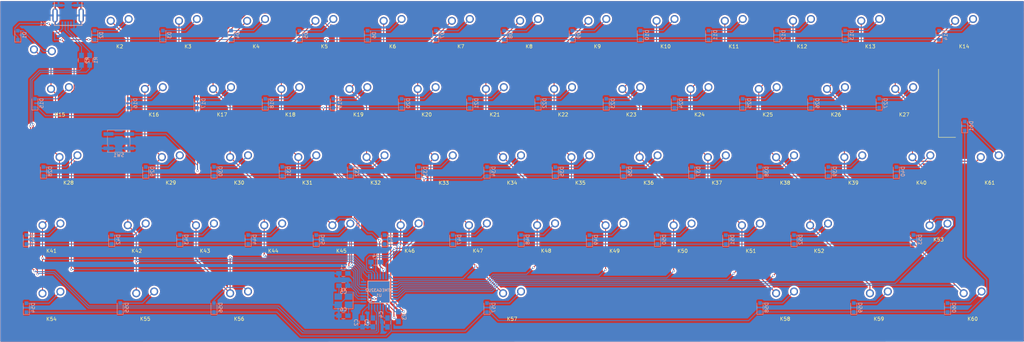
<source format=kicad_pcb>
(kicad_pcb (version 20221018) (generator pcbnew)
  (layers (0 "F.Cu" signal) (31 "B.Cu" signal) (34 "B.Paste" user) (35 "F.Paste" user) (36 "B.SilkS" user "B.Silkscreen") (37 "F.SilkS" user "F.Silkscreen") (38 "B.Mask" user) (39 "F.Mask" user) (44 "Edge.Cuts" user))
  (net 0 "")
  (net 1 "VCC")
  (net 2 "GND")
  (net 3 "Net-(C6-Pad1)")
  (net 4 "/ROW0")
  (net 5 "Net-(D1-Pad2)")
  (net 6 "Net-(D2-Pad2)")
  (net 7 "Net-(D3-Pad2)")
  (net 8 "Net-(D4-Pad2)")
  (net 9 "Net-(D5-Pad2)")
  (net 10 "Net-(D6-Pad2)")
  (net 11 "Net-(D7-Pad2)")
  (net 12 "Net-(D8-Pad2)")
  (net 13 "Net-(D9-Pad2)")
  (net 14 "Net-(D10-Pad2)")
  (net 15 "Net-(D11-Pad2)")
  (net 16 "Net-(D12-Pad2)")
  (net 17 "Net-(D13-Pad2)")
  (net 18 "Net-(D14-Pad2)")
  (net 19 "/ROW1")
  (net 20 "Net-(D15-Pad2)")
  (net 21 "Net-(D16-Pad2)")
  (net 22 "Net-(D17-Pad2)")
  (net 23 "Net-(D18-Pad2)")
  (net 24 "Net-(D19-Pad2)")
  (net 25 "Net-(D20-Pad2)")
  (net 26 "Net-(D21-Pad2)")
  (net 27 "Net-(D22-Pad2)")
  (net 28 "Net-(D23-Pad2)")
  (net 29 "Net-(D24-Pad2)")
  (net 30 "Net-(D25-Pad2)")
  (net 31 "Net-(D26-Pad2)")
  (net 32 "Net-(D27-Pad2)")
  (net 33 "/ROW2")
  (net 34 "Net-(D28-Pad2)")
  (net 35 "Net-(D29-Pad2)")
  (net 36 "Net-(D30-Pad2)")
  (net 37 "Net-(D31-Pad2)")
  (net 38 "Net-(D32-Pad2)")
  (net 39 "Net-(D33-Pad2)")
  (net 40 "Net-(D34-Pad2)")
  (net 41 "Net-(D35-Pad2)")
  (net 42 "Net-(D36-Pad2)")
  (net 43 "Net-(D37-Pad2)")
  (net 44 "Net-(D38-Pad2)")
  (net 45 "Net-(D39-Pad2)")
  (net 46 "Net-(D40-Pad2)")
  (net 47 "/ROW3")
  (net 48 "Net-(D41-Pad2)")
  (net 49 "Net-(D42-Pad2)")
  (net 50 "Net-(D43-Pad2)")
  (net 51 "Net-(D44-Pad2)")
  (net 52 "Net-(D45-Pad2)")
  (net 53 "Net-(D46-Pad2)")
  (net 54 "Net-(D47-Pad2)")
  (net 55 "Net-(D48-Pad2)")
  (net 56 "Net-(D49-Pad2)")
  (net 57 "Net-(D50-Pad2)")
  (net 58 "Net-(D51-Pad2)")
  (net 59 "Net-(D52-Pad2)")
  (net 60 "Net-(D53-Pad2)")
  (net 61 "/ROW4")
  (net 62 "Net-(D54-Pad2)")
  (net 63 "Net-(D55-Pad2)")
  (net 64 "Net-(D56-Pad2)")
  (net 65 "Net-(D57-Pad2)")
  (net 66 "Net-(D58-Pad2)")
  (net 67 "Net-(D59-Pad2)")
  (net 68 "Net-(D60-Pad2)")
  (net 69 "Net-(D61-Pad2)")
  (net 70 "Net-(J1-Pad2)")
  (net 71 "Net-(J1-Pad3)")
  (net 72 "/COL0")
  (net 73 "/COL1")
  (net 74 "/COL2")
  (net 75 "/COL3")
  (net 76 "/COL4")
  (net 77 "/COL5")
  (net 78 "/COL6")
  (net 79 "/COL7")
  (net 80 "/COL8")
  (net 81 "/COL9")
  (net 82 "/COL10")
  (net 83 "/COL11")
  (net 84 "/COL12")
  (net 85 "/COL13")
  (net 86 "Net-(R1-Pad1)")
  (net 87 "Net-(R2-Pad1)")
  (net 88 "Net-(R3-Pad2)")
  (net 89 "Net-(R4-Pad1)")
  (net 90 "Net-(C4-Pad1)")
  (net 91 "Net-(C5-Pad1)")
  (net 92 "Net-(J1-Pad4)")
  (net 93 "Net-(U1-Pad25)")
  (footprint "MX_Alps_Hybrid:ALPS-1U" (layer "F.Cu") (at 100.9904 107.1111)
    (fp_text reference "K2")
    (fp_text value "1")
  )
  (footprint "MX_Alps_Hybrid:ALPS-1U" (layer "F.Cu") (at 120.0404 107.1118)
    (fp_text reference "K3")
    (fp_text value "KEYSW")
  )
  (footprint "MX_Alps_Hybrid:ALPS-1U" (layer "F.Cu") (at 139.0777 107.1125)
    (fp_text reference "K4")
    (fp_text value "KEYSW")
  )
  (footprint "MX_Alps_Hybrid:ALPS-1U" (layer "F.Cu") (at 158.1404 107.0991)
    (fp_text reference "K5")
    (fp_text value "KEYSW")
  )
  (footprint "MX_Alps_Hybrid:ALPS-1U" (layer "F.Cu") (at 177.1904 107.0991)
    (fp_text reference "K6")
    (fp_text value "KEYSW")
  )
  (footprint "MX_Alps_Hybrid:ALPS-1U" (layer "F.Cu") (at 196.2404 107.0991)
    (fp_text reference "K7")
    (fp_text value "KEYSW")
  )
  (footprint "MX_Alps_Hybrid:ALPS-1U" (layer "F.Cu") (at 215.2904 107.0991)
    (fp_text reference "K8")
    (fp_text value "KEYSW")
  )
  (footprint "MX_Alps_Hybrid:ALPS-1U" (layer "F.Cu") (at 234.3531 107.0991)
    (fp_text reference "K9")
    (fp_text value "KEYSW")
  )
  (footprint "MX_Alps_Hybrid:ALPS-1U" (layer "F.Cu") (at 253.3904 107.0991)
    (fp_text reference "K10")
    (fp_text value "KEYSW")
  )
  (footprint "MX_Alps_Hybrid:ALPS-1U" (layer "F.Cu") (at 272.4404 107.0991)
    (fp_text reference "K11")
    (fp_text value "KEYSW")
  )
  (footprint "MX_Alps_Hybrid:ALPS-1U" (layer "F.Cu") (at 291.4904 107.0991)
    (fp_text reference "K12")
    (fp_text value "KEYSW")
  )
  (footprint "MX_Alps_Hybrid:ALPS-1U" (layer "F.Cu") (at 310.5404 107.0991)
    (fp_text reference "K13")
    (fp_text value "KEYSW")
  )
  (footprint "MX_Alps_Hybrid:ALPS-1.75U" (layer "F.Cu") (at 336.7532 107.0991)
    (fp_text reference "K14")
    (fp_text value "backspace")
  )
  (footprint "MX_Alps_Hybrid:ALPS-1.75U" (layer "F.Cu") (at 84.3153 126.1618)
    (fp_text reference "K15")
    (fp_text value "tab")
  )
  (footprint "MX_Alps_Hybrid:ALPS-1U" (layer "F.Cu") (at 110.5154 126.1618)
    (fp_text reference "K16")
    (fp_text value "KEYSW")
  )
  (footprint "MX_Alps_Hybrid:ALPS-1U" (layer "F.Cu") (at 129.5654 126.1618)
    (fp_text reference "K17")
    (fp_text value "KEYSW")
  )
  (footprint "MX_Alps_Hybrid:ALPS-1U" (layer "F.Cu") (at 148.6281 126.1618)
    (fp_text reference "K18")
    (fp_text value "KEYSW")
  )
  (footprint "MX_Alps_Hybrid:ALPS-1U" (layer "F.Cu") (at 167.6273 126.1618)
    (fp_text reference "K19")
    (fp_text value "KEYSW")
  )
  (footprint "MX_Alps_Hybrid:ALPS-1U" (layer "F.Cu") (at 186.69 126.1618)
    (fp_text reference "K20")
    (fp_text value "KEYSW")
  )
  (footprint "MX_Alps_Hybrid:ALPS-1U" (layer "F.Cu") (at 205.7273 126.1618)
    (fp_text reference "K21")
    (fp_text value "KEYSW")
  )
  (footprint "MX_Alps_Hybrid:ALPS-1U" (layer "F.Cu") (at 224.7773 126.1618)
    (fp_text reference "K22")
    (fp_text value "KEYSW")
  )
  (footprint "MX_Alps_Hybrid:ALPS-1U" (layer "F.Cu") (at 243.8273 126.1618)
    (fp_text reference "K23")
    (fp_text value "KEYSW")
  )
  (footprint "MX_Alps_Hybrid:ALPS-1U" (layer "F.Cu") (at 262.8773 126.1618)
    (fp_text reference "K24")
    (fp_text value "KEYSW")
  )
  (footprint "MX_Alps_Hybrid:ALPS-1U" (layer "F.Cu") (at 281.9273 126.1618)
    (fp_text reference "K25")
    (fp_text value "KEYSW")
  )
  (footprint "MX_Alps_Hybrid:ALPS-1U" (layer "F.Cu") (at 300.9773 126.1618)
    (fp_text reference "K26")
    (fp_text value "KEYSW")
  )
  (footprint "MX_Alps_Hybrid:ALPS-1U" (layer "F.Cu") (at 320.0273 126.1618)
    (fp_text reference "K27")
    (fp_text value "KEYSW")
  )
  (footprint "MX_Alps_Hybrid:ALPS-2U" (layer "F.Cu") (at 86.69642 145.21212)
    (fp_text reference "K28")
    (fp_text value "Lock")
  )
  (footprint "MX_Alps_Hybrid:ALPS-1U" (layer "F.Cu") (at 115.2652 145.2118)
    (fp_text reference "K29")
    (fp_text value "KEYSW")
  )
  (footprint "MX_Alps_Hybrid:ALPS-1U" (layer "F.Cu") (at 134.3279 145.2118)
    (fp_text reference "K30")
    (fp_text value "KEYSW")
  )
  (footprint "MX_Alps_Hybrid:ALPS-1U" (layer "F.Cu") (at 153.3779 145.2118)
    (fp_text reference "K31")
    (fp_text value "KEYSW")
  )
  (footprint "MX_Alps_Hybrid:ALPS-1U" (layer "F.Cu") (at 172.4279 145.2118)
    (fp_text reference "K32")
    (fp_text value "KEYSW")
  )
  (footprint "MX_Alps_Hybrid:ALPS-1U" (layer "F.Cu") (at 191.4779 145.2372)
    (fp_text reference "K33")
    (fp_text value "KEYSW")
  )
  (footprint "MX_Alps_Hybrid:ALPS-1U" (layer "F.Cu") (at 210.5406 145.2372)
    (fp_text reference "K34")
    (fp_text value "KEYSW")
  )
  (footprint "MX_Alps_Hybrid:ALPS-1U" (layer "F.Cu") (at 229.6033 145.2372)
    (fp_text reference "K35")
    (fp_text value "KEYSW")
  )
  (footprint "MX_Alps_Hybrid:ALPS-1U" (layer "F.Cu") (at 248.666 145.2372)
    (fp_text reference "K36")
    (fp_text value "KEYSW")
  )
  (footprint "MX_Alps_Hybrid:ALPS-1U" (layer "F.Cu") (at 267.716 145.2372)
    (fp_text reference "K37")
    (fp_text value "KEYSW")
  )
  (footprint "MX_Alps_Hybrid:ALPS-1U" (layer "F.Cu") (at 286.766 145.2372)
    (fp_text reference "K38")
    (fp_text value "KEYSW")
  )
  (footprint "MX_Alps_Hybrid:ALPS-1U" (layer "F.Cu") (at 305.816 145.2372)
    (fp_text reference "K39")
    (fp_text value "KEYSW")
  )
  (footprint "MX_Alps_Hybrid:ALPS-1U" (layer "F.Cu") (at 324.8152 145.2372)
    (fp_text reference "K40")
    (fp_text value "KEYSW")
  )
  (footprint "MX_Alps_Hybrid:ALPS-1.5U" (layer "F.Cu") (at 81.9343 164.2718)
    (fp_text reference "K41")
    (fp_text value "Shift")
  )
  (footprint "MX_Alps_Hybrid:ALPS-1U" (layer "F.Cu") (at 105.7502 164.2718)
    (fp_text reference "K42")
    (fp_text value "KEYSW")
  )
  (footprint "MX_Alps_Hybrid:ALPS-1U" (layer "F.Cu") (at 124.8029 164.2721)
    (fp_text reference "K43")
    (fp_text value "KEYSW")
  )
  (footprint "MX_Alps_Hybrid:ALPS-1U" (layer "F.Cu") (at 143.8529 164.2721)
    (fp_text reference "K44")
    (fp_text value "KEYSW")
  )
  (footprint "MX_Alps_Hybrid:ALPS-1U" (layer "F.Cu") (at 162.8775 164.2732)
    (fp_text reference "K45")
    (fp_text value "KEYSW")
  )
  (footprint "MX_Alps_Hybrid:ALPS-1U" (layer "F.Cu") (at 181.9402 164.2618)
    (fp_text reference "K46")
    (fp_text value "KEYSW")
  )
  (footprint "MX_Alps_Hybrid:ALPS-1U" (layer "F.Cu") (at 201.0029 164.2491)
    (fp_text reference "K47")
    (fp_text value "KEYSW")
  )
  (footprint "MX_Alps_Hybrid:ALPS-1U" (layer "F.Cu") (at 220.0529 164.2491)
    (fp_text reference "K48")
    (fp_text value "KEYSW")
  )
  (footprint "MX_Alps_Hybrid:ALPS-1U" (layer "F.Cu") (at 239.1537 164.2872)
    (fp_text reference "K49")
    (fp_text value "KEYSW")
  )
  (footprint "MX_Alps_Hybrid:ALPS-1U" (layer "F.Cu") (at 258.1529 164.2872)
    (fp_text reference "K50")
    (fp_text value "KEYSW")
  )
  (footprint "MX_Alps_Hybrid:ALPS-1U" (layer "F.Cu") (at 277.2156 164.2872)
    (fp_text reference "K51")
    (fp_text value "KEYSW")
  )
  (footprint "MX_Alps_Hybrid:ALPS-1U" (layer "F.Cu") (at 296.2529 164.2872)
    (fp_text reference "K52")
    (fp_text value "KEYSW")
  )
  (footprint "MX_Alps_Hybrid:ALPS-2.5U" (layer "F.Cu") (at 329.6094 164.2872)
    (fp_text reference "K53")
    (fp_text value "Shift")
  )
  (footprint "MX_Alps_Hybrid:ALPS-1.5U" (layer "F.Cu") (at 81.9348 183.3372)
    (fp_text reference "K54")
    (fp_text value "Ctrl")
  )
  (footprint "MX_Alps_Hybrid:ALPS-1.25U" (layer "F.Cu") (at 108.1151 183.2864)
    (fp_text reference "K55")
    (fp_text value "alt")
  )
  (footprint "MX_Alps_Hybrid:ALPS-1.5U" (layer "F.Cu") (at 134.3279 183.2864)
    (fp_text reference "K56")
    (fp_text value "opt")
  )
  (footprint "MX_Alps_Hybrid:ALPS-6.5U" (layer "F.Cu") (at 210.5406 183.2864)
    (fp_text reference "K57")
    (fp_text value "space")
  )
  (footprint "MX_Alps_Hybrid:ALPS-1.5U" (layer "F.Cu") (at 286.766 183.2864)
    (fp_text reference "K58")
    (fp_text value "cmd")
  )
  (footprint "MX_Alps_Hybrid:ALPS-1.25U" (layer "F.Cu") (at 312.9534 183.2864)
    (fp_text reference "K59")
    (fp_text value "alt")
  )
  (footprint "MX_Alps_Hybrid:ALPS-1.5U" (layer "F.Cu") (at 339.1355 183.2864)
    (fp_text reference "K60")
    (fp_text value "ctrl")
  )
  (footprint "MX_Alps_Hybrid:ALPS-ISO" (layer "F.Cu") (at 343.8973 145.2118)
    (fp_text reference "K61")
    (fp_text value "enter")
  )
  (footprint "Capacitors_SMD:C_0805_HandSoldering" (layer "B.Cu") (at 163.449 173.736 180)
    (fp_text reference "C1")
    (fp_text value "0.1u")
  )
  (footprint "Capacitors_SMD:C_0805_HandSoldering" (layer "B.Cu") (at 168.783 187.452 -90)
    (fp_text reference "C2")
    (fp_text value "0.1u")
  )
  (footprint "Capacitors_SMD:C_0805_HandSoldering" (layer "B.Cu") (at 171.704 187.452 -90)
    (fp_text reference "C3")
    (fp_text value "4.7u")
  )
  (footprint "Capacitors_SMD:C_0805_HandSoldering" (layer "B.Cu") (at 175.768 187.452 -90)
    (fp_text reference "C4")
    (fp_text value "1u")
  )
  (footprint "Capacitors_SMD:C_0805_HandSoldering" (layer "B.Cu") (at 163.449 177.165)
    (fp_text reference "C5")
    (fp_text value "22p")
  )
  (footprint "Capacitors_SMD:C_0805_HandSoldering" (layer "B.Cu") (at 163.449 185.547 180)
    (fp_text reference "C6")
    (fp_text value "22p")
  )
  (footprint "Diodes_SMD:D_SOD-323_HandSoldering" (layer "B.Cu") (at 72.5551 107.1245 90)
    (fp_text reference "D1")
    (fp_text value "D")
  )
  (footprint "Diodes_SMD:D_SOD-323_HandSoldering" (layer "B.Cu") (at 94.0054 107.0864 90)
    (fp_text reference "D2")
    (fp_text value "D")
  )
  (footprint "Diodes_SMD:D_SOD-323_HandSoldering" (layer "B.Cu") (at 113.0427 107.0991 90)
    (fp_text reference "D3")
    (fp_text value "D")
  )
  (footprint "Diodes_SMD:D_SOD-323_HandSoldering" (layer "B.Cu") (at 132.08 107.0864 90)
    (fp_text reference "D4")
    (fp_text value "D")
  )
  (footprint "Diodes_SMD:D_SOD-323_HandSoldering" (layer "B.Cu") (at 151.1427 107.1118 90)
    (fp_text reference "D5")
    (fp_text value "D")
  )
  (footprint "Diodes_SMD:D_SOD-323_HandSoldering" (layer "B.Cu") (at 170.18 107.1245 90)
    (fp_text reference "D6")
    (fp_text value "D")
  )
  (footprint "Diodes_SMD:D_SOD-323_HandSoldering" (layer "B.Cu") (at 189.2427 107.1118 90)
    (fp_text reference "D7")
    (fp_text value "D")
  )
  (footprint "Diodes_SMD:D_SOD-323_HandSoldering" (layer "B.Cu") (at 208.3054 107.1118 90)
    (fp_text reference "D8")
    (fp_text value "D")
  )
  (footprint "Diodes_SMD:D_SOD-323_HandSoldering" (layer "B.Cu") (at 227.3554 107.1118 90)
    (fp_text reference "D9")
    (fp_text value "D")
  )
  (footprint "Diodes_SMD:D_SOD-323_HandSoldering" (layer "B.Cu") (at 246.3673 107.0864 90)
    (fp_text reference "D10")
    (fp_text value "D")
  )
  (footprint "Diodes_SMD:D_SOD-323_HandSoldering" (layer "B.Cu") (at 265.43 107.0737 90)
    (fp_text reference "D11")
    (fp_text value "D")
  )
  (footprint "Diodes_SMD:D_SOD-323_HandSoldering" (layer "B.Cu") (at 284.48 107.0737 90)
    (fp_text reference "D12")
    (fp_text value "D")
  )
  (footprint "Diodes_SMD:D_SOD-323_HandSoldering" (layer "B.Cu") (at 303.5427 107.061 90)
    (fp_text reference "D13")
    (fp_text value "D")
  )
  (footprint "Diodes_SMD:D_SOD-323_HandSoldering" (layer "B.Cu") (at 329.7555 107.1245 90)
    (fp_text reference "D14")
    (fp_text value "D")
  )
  (footprint "Diodes_SMD:D_SOD-323_HandSoldering" (layer "B.Cu") (at 77.3176 126.1618 90)
    (fp_text reference "D15")
    (fp_text value "D")
  )
  (footprint "Diodes_SMD:D_SOD-323_HandSoldering" (layer "B.Cu") (at 103.505 126.1745 90)
    (fp_text reference "D16")
    (fp_text value "D")
  )
  (footprint "Diodes_SMD:D_SOD-323_HandSoldering" (layer "B.Cu") (at 122.5677 126.1618 90)
    (fp_text reference "D17")
    (fp_text value "D")
  )
  (footprint "Diodes_SMD:D_SOD-323_HandSoldering" (layer "B.Cu") (at 141.6304 126.1618 90)
    (fp_text reference "D18")
    (fp_text value "D")
  )
  (footprint "Diodes_SMD:D_SOD-323_HandSoldering" (layer "B.Cu") (at 160.6296 126.1491 90)
    (fp_text reference "D19")
    (fp_text value "D")
  )
  (footprint "Diodes_SMD:D_SOD-323_HandSoldering" (layer "B.Cu") (at 179.6923 126.1618 90)
    (fp_text reference "D20")
    (fp_text value "D")
  )
  (footprint "Diodes_SMD:D_SOD-323_HandSoldering" (layer "B.Cu") (at 198.7423 126.1745 90)
    (fp_text reference "D21")
    (fp_text value "D")
  )
  (footprint "Diodes_SMD:D_SOD-323_HandSoldering" (layer "B.Cu") (at 217.7796 126.1364 90)
    (fp_text reference "D22")
    (fp_text value "D")
  )
  (footprint "Diodes_SMD:D_SOD-323_HandSoldering" (layer "B.Cu") (at 236.8296 126.1618 90)
    (fp_text reference "D23")
    (fp_text value "D")
  )
  (footprint "Diodes_SMD:D_SOD-323_HandSoldering" (layer "B.Cu") (at 255.8669 126.1618 90)
    (fp_text reference "D24")
    (fp_text value "D")
  )
  (footprint "Diodes_SMD:D_SOD-323_HandSoldering" (layer "B.Cu") (at 274.9296 126.1618 90)
    (fp_text reference "D25")
    (fp_text value "D")
  )
  (footprint "Diodes_SMD:D_SOD-323_HandSoldering" (layer "B.Cu") (at 293.9669 126.1618 90)
    (fp_text reference "D26")
    (fp_text value "D")
  )
  (footprint "Diodes_SMD:D_SOD-323_HandSoldering" (layer "B.Cu") (at 313.0296 126.1491 90)
    (fp_text reference "D27")
    (fp_text value "D")
  )
  (footprint "Diodes_SMD:D_SOD-323_HandSoldering" (layer "B.Cu") (at 79.7179 145.2118 90)
    (fp_text reference "D28")
    (fp_text value "D")
  )
  (footprint "Diodes_SMD:D_SOD-323_HandSoldering" (layer "B.Cu") (at 108.2675 145.2118 90)
    (fp_text reference "D29")
    (fp_text value "D")
  )
  (footprint "Diodes_SMD:D_SOD-323_HandSoldering" (layer "B.Cu") (at 127.3302 145.1864 90)
    (fp_text reference "D30")
    (fp_text value "D")
  )
  (footprint "Diodes_SMD:D_SOD-323_HandSoldering" (layer "B.Cu") (at 146.3802 145.1864 90)
    (fp_text reference "D31")
    (fp_text value "D")
  )
  (footprint "Diodes_SMD:D_SOD-323_HandSoldering" (layer "B.Cu") (at 165.4175 145.2118 90)
    (fp_text reference "D32")
    (fp_text value "D")
  )
  (footprint "Diodes_SMD:D_SOD-323_HandSoldering" (layer "B.Cu") (at 184.4802 145.2499 90)
    (fp_text reference "D33")
    (fp_text value "D")
  )
  (footprint "Diodes_SMD:D_SOD-323_HandSoldering" (layer "B.Cu") (at 203.5429 145.2245 90)
    (fp_text reference "D34")
    (fp_text value "D")
  )
  (footprint "Diodes_SMD:D_SOD-323_HandSoldering" (layer "B.Cu") (at 222.6056 145.2499 90)
    (fp_text reference "D35")
    (fp_text value "D")
  )
  (footprint "Diodes_SMD:D_SOD-323_HandSoldering" (layer "B.Cu") (at 241.6429 145.2245 90)
    (fp_text reference "D36")
    (fp_text value "D")
  )
  (footprint "Diodes_SMD:D_SOD-323_HandSoldering" (layer "B.Cu") (at 260.731 145.2245 90)
    (fp_text reference "D37")
    (fp_text value "D")
  )
  (footprint "Diodes_SMD:D_SOD-323_HandSoldering" (layer "B.Cu") (at 279.7683 145.2499 90)
    (fp_text reference "D38")
    (fp_text value "D")
  )
  (footprint "Diodes_SMD:D_SOD-323_HandSoldering" (layer "B.Cu") (at 298.831 145.2245 90)
    (fp_text reference "D39")
    (fp_text value "D")
  )
  (footprint "Diodes_SMD:D_SOD-323_HandSoldering" (layer "B.Cu") (at 317.8302 145.2499 90)
    (fp_text reference "D40")
    (fp_text value "D")
  )
  (footprint "Diodes_SMD:D_SOD-323_HandSoldering" (layer "B.Cu") (at 74.93 164.2618 90)
    (fp_text reference "D41")
    (fp_text value "D")
  )
  (footprint "Diodes_SMD:D_SOD-323_HandSoldering" (layer "B.Cu") (at 98.7552 164.2618 90)
    (fp_text reference "D42")
    (fp_text value "D")
  )
  (footprint "Diodes_SMD:D_SOD-323_HandSoldering" (layer "B.Cu") (at 117.7925 164.2491 90)
    (fp_text reference "D43")
    (fp_text value "D")
  )
  (footprint "Diodes_SMD:D_SOD-323_HandSoldering" (layer "B.Cu") (at 136.8552 164.2491 90)
    (fp_text reference "D44")
    (fp_text value "D")
  )
  (footprint "Diodes_SMD:D_SOD-323_HandSoldering" (layer "B.Cu") (at 155.8544 164.2618 90)
    (fp_text reference "D45")
    (fp_text value "D")
  )
  (footprint "Diodes_SMD:D_SOD-323_HandSoldering" (layer "B.Cu") (at 174.9298 164.2618 90)
    (fp_text reference "D46")
    (fp_text value "D")
  )
  (footprint "Diodes_SMD:D_SOD-323_HandSoldering" (layer "B.Cu") (at 193.9925 164.2618 90)
    (fp_text reference "D47")
    (fp_text value "D")
  )
  (footprint "Diodes_SMD:D_SOD-323_HandSoldering" (layer "B.Cu") (at 213.0552 164.2491 90)
    (fp_text reference "D48")
    (fp_text value "D")
  )
  (footprint "Diodes_SMD:D_SOD-323_HandSoldering" (layer "B.Cu") (at 232.156 164.3126 90)
    (fp_text reference "D49")
    (fp_text value "D")
  )
  (footprint "Diodes_SMD:D_SOD-323_HandSoldering" (layer "B.Cu") (at 251.1552 164.2618 90)
    (fp_text reference "D50")
    (fp_text value "D")
  )
  (footprint "Diodes_SMD:D_SOD-323_HandSoldering" (layer "B.Cu") (at 270.2179 164.2872 90)
    (fp_text reference "D51")
    (fp_text value "D")
  )
  (footprint "Diodes_SMD:D_SOD-323_HandSoldering" (layer "B.Cu") (at 289.2552 164.2745 90)
    (fp_text reference "D52")
    (fp_text value "D")
  )
  (footprint "Diodes_SMD:D_SOD-323_HandSoldering" (layer "B.Cu") (at 322.6054 164.2618 90)
    (fp_text reference "D53")
    (fp_text value "D")
  )
  (footprint "Diodes_SMD:D_SOD-323_HandSoldering" (layer "B.Cu") (at 74.9427 183.3245 90)
    (fp_text reference "D54")
    (fp_text value "D")
  )
  (footprint "Diodes_SMD:D_SOD-323_HandSoldering" (layer "B.Cu") (at 101.1174 183.2864 90)
    (fp_text reference "D55")
    (fp_text value "D")
  )
  (footprint "Diodes_SMD:D_SOD-323_HandSoldering" (layer "B.Cu") (at 127.3175 183.2864 90)
    (fp_text reference "D56")
    (fp_text value "D")
  )
  (footprint "Diodes_SMD:D_SOD-323_HandSoldering" (layer "B.Cu") (at 203.5429 183.2864 90)
    (fp_text reference "D57")
    (fp_text value "D")
  )
  (footprint "Diodes_SMD:D_SOD-323_HandSoldering" (layer "B.Cu") (at 279.7683 183.261 90)
    (fp_text reference "D58")
    (fp_text value "D")
  )
  (footprint "Diodes_SMD:D_SOD-323_HandSoldering" (layer "B.Cu") (at 305.9557 183.2737 90)
    (fp_text reference "D59")
    (fp_text value "D")
  )
  (footprint "Diodes_SMD:D_SOD-323_HandSoldering" (layer "B.Cu") (at 332.1304 183.2864 90)
    (fp_text reference "D60")
    (fp_text value "D")
  )
  (footprint "Diodes_SMD:D_SOD-323_HandSoldering" (layer "B.Cu") (at 336.9183 132.5118 90)
    (fp_text reference "D61")
    (fp_text value "D")
  )
  (footprint "MX_Alps_Hybrid:ALPS-1.25U" (layer "B.Cu") (at 79.5528 107.1118)
    (fp_text reference "K1")
    (fp_text value "ESC")
  )
  (footprint "Resistors_SMD:R_0805_HandSoldering" (layer "B.Cu") (at 92.6084 114.1222 90)
    (fp_text reference "R1")
    (fp_text value "22")
  )
  (footprint "Resistors_SMD:R_0805_HandSoldering" (layer "B.Cu") (at 90.3224 114.1349 90)
    (fp_text reference "R2")
    (fp_text value "22")
  )
  (footprint "Resistors_SMD:R_0805_HandSoldering" (layer "B.Cu") (at 178.816 185.801 90)
    (fp_text reference "R3")
    (fp_text value "10K")
  )
  (footprint "Resistors_SMD:R_0805_HandSoldering" (layer "B.Cu") (at 172.466 170.561 180)
    (fp_text reference "R4")
    (fp_text value "10K")
  )
  (footprint "Buttons_Switches_SMD:SW_SPST_EVPBF" (layer "B.Cu") (at 100.7237 136.7536)
    (fp_text reference "SW1")
    (fp_text value "SW_Push")
  )
  (footprint "keyboard_parts:QFP32" (layer "B.Cu") (at 173.355 178.9049)
    (fp_text reference "U1")
    (fp_text value "ATMEGA32U2")
  )
  (footprint "keyboard_parts:USB_miniB_hirose_5S8" (layer "B.Cu") (at 86.5886 103.9876)
    (fp_text reference "J1" hide)
    (fp_text value "USB_mini_micro_B" hide)
  )
  (footprint "Crystals:Crystal_SMD_3225-4pin_3.2x2.5mm_HandSoldering" (layer "B.Cu") (at 163.449 181.356 180)
    (fp_text reference "X1")
    (fp_text value "Crystal_3225")
  )
  (segment (start 177.546 184.15) (end 174.244 180.848) (width 0.25) (layer "F.Cu") (net 1))
  (segment (start 177.546 186.055) (end 177.546 185.166) (width 0.25) (layer "F.Cu") (net 1))
  (segment (start 88.265301 122.357801) (end 88.265301 111.897461) (width 0.25) (layer "F.Cu") (net 1))
  (segment (start 87.511301 168.5036) (end 87.511301 123.111801) (width 0.25) (layer "F.Cu") (net 1))
  (segment (start 88.265301 111.897461) (end 84.7852 108.41736) (width 0.25) (layer "F.Cu") (net 1))
  (segment (start 87.4776 168.537301) (end 87.511301 168.5036) (width 0.25) (layer "F.Cu") (net 1))
  (segment (start 177.546 185.166) (end 177.546 184.15) (width 0.25) (layer "F.Cu") (net 1))
  (segment (start 87.511301 123.111801) (end 88.265301 122.357801) (width 0.25) (layer "F.Cu") (net 1))
  (segment (start 87.4776 172.6184) (end 87.4776 168.537301) (width 0.25) (layer "F.Cu") (net 1))
  (segment (start 174.244 180.848) (end 172.085 180.848) (width 0.25) (layer "F.Cu") (net 1))
  (via (at 177.546 186.055) (size 0.6) (drill 0.4) (layers "F.Cu" "B.Cu") (net 1))
  (via (at 87.4776 172.6184) (size 0.6) (drill 0.4) (layers "F.Cu" "B.Cu") (net 1))
  (via (at 84.7852 108.41736) (size 0.6) (drill 0.4) (layers "F.Cu" "B.Cu") (net 1))
  (via (at 172.085 180.848) (size 0.6) (drill 0.4) (layers "F.Cu" "B.Cu") (net 1))
  (segment (start 166.37 173.355) (end 166.37 175.282) (width 0.25) (layer "B.Cu") (net 1))
  (segment (start 166.37 175.282) (end 164.824 173.736) (width 0.25) (layer "B.Cu") (net 1))
  (segment (start 171.355 183.1549) (end 171.355 181.229) (width 0.25) (layer "B.Cu") (net 1))
  (segment (start 165.6334 172.6184) (end 166.37 173.355) (width 0.25) (layer "B.Cu") (net 1))
  (segment (start 178.642 187.151) (end 177.546 186.055) (width 0.25) (layer "B.Cu") (net 1))
  (segment (start 170.105 179.3049) (end 169.105 179.3049) (width 0.25) (layer "B.Cu") (net 1))
  (segment (start 169.105 179.3049) (end 167.8383 179.3049) (width 0.25) (layer "B.Cu") (net 1))
  (segment (start 171.355 180.5549) (end 171.6481 180.848) (width 0.25) (layer "B.Cu") (net 1))
  (segment (start 171.355 181.3549) (end 171.355 181.229) (width 0.25) (layer "B.Cu") (net 1))
  (segment (start 170.555 183.1549) (end 170.555 182.1549) (width 0.25) (layer "B.Cu") (net 1))
  (segment (start 170.08 183.1549) (end 168.783 184.4519) (width 0.25) (layer "B.Cu") (net 1))
  (segment (start 171.355 180.5549) (end 170.105 179.3049) (width 0.25) (layer "B.Cu") (net 1))
  (segment (start 178.816 187.151) (end 178.642 187.151) (width 0.25) (layer "B.Cu") (net 1))
  (segment (start 171.355 183.1549) (end 171.355 185.853) (width 0.25) (layer "B.Cu") (net 1))
  (segment (start 164.824 173.736) (end 164.699 173.736) (width 0.25) (layer "B.Cu") (net 1))
  (segment (start 82.8094 106.48188) (end 82.8094 108.49356) (width 0.25) (layer "B.Cu") (net 1))
  (segment (start 82.8094 106.48188) (end 83.8094 106.48188) (width 0.25) (layer "B.Cu") (net 1))
  (segment (start 167.513 178.9796) (end 167.513 178.689) (width 0.25) (layer "B.Cu") (net 1))
  (segment (start 87.4776 172.6184) (end 165.6334 172.6184) (width 0.25) (layer "B.Cu") (net 1))
  (segment (start 171.355 185.853) (end 171.704 186.202) (width 0.25) (layer "B.Cu") (net 1))
  (segment (start 171.6481 180.848) (end 172.085 180.848) (width 0.25) (layer "B.Cu") (net 1))
  (segment (start 170.555 183.1549) (end 170.08 183.1549) (width 0.25) (layer "B.Cu") (net 1))
  (segment (start 168.783 185.202) (end 168.783 186.202) (width 0.25) (layer "B.Cu") (net 1))
  (segment (start 84.7852 108.41736) (end 82.8856 108.41736) (width 0.25) (layer "B.Cu") (net 1))
  (segment (start 82.8856 108.41736) (end 82.8094 108.49356) (width 0.25) (layer "B.Cu") (net 1))
  (segment (start 166.37 177.546) (end 166.37 175.282) (width 0.25) (layer "B.Cu") (net 1))
  (segment (start 170.555 182.1549) (end 171.355 181.3549) (width 0.25) (layer "B.Cu") (net 1))
  (segment (start 167.513 178.689) (end 166.37 177.546) (width 0.25) (layer "B.Cu") (net 1))
  (segment (start 167.8383 179.3049) (end 167.513 178.9796) (width 0.25) (layer "B.Cu") (net 1))
  (segment (start 83.8094 106.48188) (end 84.9886 105.30268) (width 0.25) (layer "B.Cu") (net 1))
  (segment (start 164.574 173.736) (end 164.699 173.736) (width 0.25) (layer "B.Cu") (net 1))
  (segment (start 168.783 184.4519) (end 168.783 185.202) (width 0.25) (layer "B.Cu") (net 1))
  (segment (start 171.355 181.229) (end 171.355 180.5549) (width 0.25) (layer "B.Cu") (net 1))
  (segment (start 84.9886 105.30268) (end 84.9886 103.9876) (width 0.25) (layer "B.Cu") (net 1))
  (segment (start 170.307 187.452) (end 173.736 184.023) (width 0.25) (layer "F.Cu") (net 2))
  (segment (start 171.196 172.085) (end 171.196 180.467) (width 0.25) (layer "F.Cu") (net 2))
  (segment (start 170.688 180.975) (end 171.323 181.61) (width 0.25) (layer "F.Cu") (net 2))
  (segment (start 171.196 180.467) (end 170.688 180.975) (width 0.25) (layer "F.Cu") (net 2))
  (segment (start 173.736 184.023) (end 173.736 181.61) (width 0.25) (layer "F.Cu") (net 2))
  (segment (start 171.323 181.61) (end 173.736 181.61) (width 0.25) (layer "F.Cu") (net 2))
  (via (at 173.736 181.61) (size 0.6) (drill 0.4) (layers "F.Cu" "B.Cu") (net 2))
  (via (at 170.688 180.975) (size 0.6) (drill 0.4) (layers "F.Cu" "B.Cu") (net 2))
  (via (at 170.307 187.452) (size 0.6) (drill 0.4) (layers "F.Cu" "B.Cu") (net 2))
  (via (at 171.196 172.085) (size 0.6) (drill 0.4) (layers "F.Cu" "B.Cu") (net 2))
  (segment (start 162.199 173.736) (end 162.199 174.611) (width 0.25) (layer "B.Cu") (net 2))
  (segment (start 162.594 175.006) (end 164.719 175.006) (width 0.25) (layer "B.Cu") (net 2))
  (segment (start 165.862 177.8) (end 165.862 176.149) (width 0.25) (layer "B.Cu") (net 2))
  (segment (start 82.3886 101.5876) (end 90.7886 101.5876) (width 0.25) (layer "B.Cu") (net 2))
  (segment (start 164.558 176.149) (end 164.699 176.29) (width 0.25) (layer "B.Cu") (net 2))
  (segment (start 161.999 182.506) (end 160.699 182.506) (width 0.25) (layer "B.Cu") (net 2))
  (segment (start 173.736 183.1359) (end 173.755 183.1549) (width 0.25) (layer "B.Cu") (net 2))
  (segment (start 164.699 176.29) (end 164.699 177.165) (width 0.25) (layer "B.Cu") (net 2))
  (segment (start 165.862 177.8) (end 165.227 177.165) (width 0.25) (layer "B.Cu") (net 2))
  (segment (start 167.005 179.578) (end 167.5319 180.1049) (width 0.25) (layer "B.Cu") (net 2))
  (segment (start 166.243 178.181) (end 165.862 177.8) (width 0.25) (layer "B.Cu") (net 2))
  (segment (start 88.1886 103.9876) (end 88.1886 102.6876) (width 0.25) (layer "B.Cu") (net 2))
  (segment (start 171.116 172.005) (end 171.196 172.085) (width 0.25) (layer "B.Cu") (net 2))
  (segment (start 174.893 188.702) (end 175.768 188.702) (width 0.25) (layer "B.Cu") (net 2))
  (segment (start 161.999 182.506) (end 162.299 182.506) (width 0.25) (layer "B.Cu") (net 2))
  (segment (start 160.528 182.335) (end 160.528 176.784) (width 0.25) (layer "B.Cu") (net 2))
  (segment (start 165.862 176.149) (end 165.735 176.022) (width 0.25) (layer "B.Cu") (net 2))
  (segment (start 173.755 187.564) (end 174.893 188.702) (width 0.25) (layer "B.Cu") (net 2))
  (segment (start 162.299 182.506) (end 164.599 180.206) (width 0.25) (layer "B.Cu") (net 2))
  (segment (start 165.227 177.165) (end 164.699 177.165) (width 0.25) (layer "B.Cu") (net 2))
  (segment (start 161.999 185.347) (end 162.199 185.547) (width 0.25) (layer "B.Cu") (net 2))
  (segment (start 171.704 188.702) (end 170.829 188.702) (width 0.25) (layer "B.Cu") (net 2))
  (segment (start 162.199 174.611) (end 162.594 175.006) (width 0.25) (layer "B.Cu") (net 2))
  (segment (start 169.105 180.1049) (end 169.8179 180.1049) (width 0.25) (layer "B.Cu") (net 2))
  (segment (start 170.829 188.702) (end 168.656 188.702) (width 0.25) (layer "B.Cu") (net 2))
  (segment (start 89.2886 101.5876) (end 90.7886 101.5876) (width 0.25) (layer "B.Cu") (net 2))
  (segment (start 171.704 188.702) (end 171.557 188.702) (width 0.25) (layer "B.Cu") (net 2))
  (segment (start 169.8179 180.1049) (end 170.688 180.975) (width 0.25) (layer "B.Cu") (net 2))
  (segment (start 161.163 176.149) (end 164.558 176.149) (width 0.25) (layer "B.Cu") (net 2))
  (segment (start 169.105 180.1049) (end 167.5319 180.1049) (width 0.25) (layer "B.Cu") (net 2))
  (segment (start 173.736 181.61) (end 173.736 183.1359) (width 0.25) (layer "B.Cu") (net 2))
  (segment (start 161.999 182.506) (end 161.999 185.347) (width 0.25) (layer "B.Cu") (net 2))
  (segment (start 164.599 180.206) (end 164.899 180.206) (width 0.25) (layer "B.Cu") (net 2))
  (segment (start 166.243 178.181) (end 167.005 178.943) (width 0.25) (layer "B.Cu") (net 2))
  (segment (start 173.755 183.1549) (end 173.755 187.564) (width 0.25) (layer "B.Cu") (net 2))
  (segment (start 160.528 176.784) (end 161.163 176.149) (width 0.25) (layer "B.Cu") (net 2))
  (segment (start 171.116 170.561) (end 171.116 172.005) (width 0.25) (layer "B.Cu") (net 2))
  (segment (start 88.1886 102.6876) (end 89.2886 101.5876) (width 0.25) (layer "B.Cu") (net 2))
  (segment (start 160.699 182.506) (end 160.528 182.335) (width 0.25) (layer "B.Cu") (net 2))
  (segment (start 171.557 188.702) (end 170.307 187.452) (width 0.25) (layer "B.Cu") (net 2))
  (segment (start 167.005 178.943) (end 167.005 179.578) (width 0.25) (layer "B.Cu") (net 2))
  (segment (start 164.719 175.006) (end 165.735 176.022) (width 0.25) (layer "B.Cu") (net 2))
  (segment (start 165.7001 181.7049) (end 164.899 182.506) (width 0.25) (layer "B.Cu") (net 3))
  (segment (start 169.105 181.7049) (end 165.7001 181.7049) (width 0.25) (layer "B.Cu") (net 3))
  (segment (start 164.899 182.506) (end 164.899 185.347) (width 0.25) (layer "B.Cu") (net 3))
  (segment (start 164.899 185.347) (end 164.699 185.547) (width 0.25) (layer "B.Cu") (net 3))
  (segment (start 81.1276 103.8352) (end 85.6488 108.3564) (width 0.25) (layer "F.Cu") (net 4))
  (segment (start 167.767 158.623) (end 167.005 157.861) (width 0.25) (layer "F.Cu") (net 4))
  (segment (start 85.6488 108.3564) (end 92.3036 108.3564) (width 0.25) (layer "F.Cu") (net 4))
  (segment (start 165.735 171.196) (end 165.735 162.941) (width 0.25) (layer "F.Cu") (net 4))
  (segment (start 167.005 157.861) (end 167.005 150.6982) (width 0.25) (layer "F.Cu") (net 4))
  (segment (start 158.71952 142.41272) (end 158.71952 108.3618) (width 0.25) (layer "F.Cu") (net 4))
  (segment (start 167.767 160.909) (end 167.767 158.623) (width 0.25) (layer "F.Cu") (net 4))
  (segment (start 167.005 150.6982) (end 158.71952 142.41272) (width 0.25) (layer "F.Cu") (net 4))
  (segment (start 165.735 162.941) (end 167.767 160.909) (width 0.25) (layer "F.Cu") (net 4))
  (via (at 158.71952 108.3618) (size 0.6) (drill 0.4) (layers "F.Cu" "B.Cu") (net 4))
  (via (at 165.735 171.196) (size 0.6) (drill 0.4) (layers "F.Cu" "B.Cu") (net 4))
  (via (at 81.1276 103.8352) (size 0.6) (drill 0.4) (layers "F.Cu" "B.Cu") (net 4))
  (via (at 92.3036 108.3564) (size 0.6) (drill 0.4) (layers "F.Cu" "B.Cu") (net 4))
  (segment (start 73.009398 103.8352) (end 81.1276 103.8352) (width 0.25) (layer "B.Cu") (net 4))
  (segment (start 72.5551 108.3745) (end 72.5551 107.6245) (width 0.25) (layer "B.Cu") (net 4))
  (segment (start 151.1427 108.3618) (end 158.71952 108.3618) (width 0.25) (layer "B.Cu") (net 4))
  (segment (start 94.0054 108.3364) (end 113.03 108.3364) (width 0.25) (layer "B.Cu") (net 4))
  (segment (start 132.0673 108.3491) (end 132.08 108.3364) (width 0.25) (layer "B.Cu") (net 4))
  (segment (start 265.43 108.3237) (end 284.48 108.3237) (width 0.25) (layer "B.Cu") (net 4))
  (segment (start 93.9854 108.3564) (end 94.0054 108.3364) (width 0.25) (layer "B.Cu") (net 4))
  (segment (start 208.3054 108.3618) (end 227.3554 108.3618) (width 0.25) (layer "B.Cu") (net 4))
  (segment (start 72.5551 107.6245) (end 71.730099 106.799499) (width 0.25) (layer "B.Cu") (net 4))
  (segment (start 132.08 108.3364) (end 151.1173 108.3364) (width 0.25) (layer "B.Cu") (net 4))
  (segment (start 167.386 173.736) (end 167.386 173.101) (width 0.25) (layer "B.Cu") (net 4))
  (segment (start 329.7555 108.3745) (end 303.6062 108.3745) (width 0.25) (layer "B.Cu") (net 4))
  (segment (start 168.978 177.7049) (end 168.14159 177.7049) (width 0.25) (layer "B.Cu") (net 4))
  (segment (start 189.23 108.3745) (end 189.2427 108.3618) (width 0.25) (layer "B.Cu") (net 4))
  (segment (start 246.3673 108.3364) (end 265.4173 108.3364) (width 0.25) (layer "B.Cu") (net 4))
  (segment (start 170.1673 108.3618) (end 170.18 108.3745) (width 0.25) (layer "B.Cu") (net 4))
  (segment (start 227.3554 108.3618) (end 246.3419 108.3618) (width 0.25) (layer "B.Cu") (net 4))
  (segment (start 113.03 108.3364) (end 113.0427 108.3491) (width 0.25) (layer "B.Cu") (net 4))
  (segment (start 284.48 108.3237) (end 303.53 108.3237) (width 0.25) (layer "B.Cu") (net 4))
  (segment (start 92.3036 108.3564) (end 93.9854 108.3564) (width 0.25) (layer "B.Cu") (net 4))
  (segment (start 71.730099 105.114499) (end 73.009398 103.8352) (width 0.25) (layer "B.Cu") (net 4))
  (segment (start 246.3419 108.3618) (end 246.3673 108.3364) (width 0.25) (layer "B.Cu") (net 4))
  (segment (start 158.71952 108.3618) (end 170.1673 108.3618) (width 0.25) (layer "B.Cu") (net 4))
  (segment (start 71.730099 106.799499) (end 71.730099 105.114499) (width 0.25) (layer "B.Cu") (net 4))
  (segment (start 167.386 172.847) (end 165.735 171.196) (width 0.25) (layer "B.Cu") (net 4))
  (segment (start 167.386 173.101) (end 167.386 172.847) (width 0.25) (layer "B.Cu") (net 4))
  (segment (start 151.1173 108.3364) (end 151.1427 108.3618) (width 0.25) (layer "B.Cu") (net 4))
  (segment (start 113.0427 108.3491) (end 132.0673 108.3491) (width 0.25) (layer "B.Cu") (net 4))
  (segment (start 167.386 176.94931) (end 167.386 173.736) (width 0.25) (layer "B.Cu") (net 4))
  (segment (start 189.2427 108.3618) (end 208.3054 108.3618) (width 0.25) (layer "B.Cu") (net 4))
  (segment (start 168.14159 177.7049) (end 167.386 176.94931) (width 0.25) (layer "B.Cu") (net 4))
  (segment (start 303.6062 108.3745) (end 303.5427 108.311) (width 0.25) (layer "B.Cu") (net 4))
  (segment (start 265.4173 108.3364) (end 265.43 108.3237) (width 0.25) (layer "B.Cu") (net 4))
  (segment (start 170.18 108.3745) (end 189.23 108.3745) (width 0.25) (layer "B.Cu") (net 4))
  (segment (start 303.53 108.3237) (end 303.5427 108.311) (width 0.25) (layer "B.Cu") (net 4))
  (segment (start 73.961502 105.8745) (end 79.698802 111.6118) (width 0.25) (layer "B.Cu") (net 5))
  (segment (start 79.698802 111.6118) (end 82.0528 111.6118) (width 0.25) (layer "B.Cu") (net 5))
  (segment (start 72.5551 105.8745) (end 73.961502 105.8745) (width 0.25) (layer "B.Cu") (net 5))
  (segment (start 94.0054 105.8364) (end 100.2651 105.8364) (width 0.25) (layer "B.Cu") (net 6))
  (segment (start 100.2651 105.8364) (end 103.4904 102.6111) (width 0.25) (layer "B.Cu") (net 6))
  (segment (start 119.3031 105.8491) (end 122.5404 102.6118) (width 0.25) (layer "B.Cu") (net 7))
  (segment (start 113.0427 105.8491) (end 119.3031 105.8491) (width 0.25) (layer "B.Cu") (net 7))
  (segment (start 138.3538 105.8364) (end 141.5777 102.6125) (width 0.25) (layer "B.Cu") (net 8))
  (segment (start 132.08 105.8364) (end 138.3538 105.8364) (width 0.25) (layer "B.Cu") (net 8))
  (segment (start 151.1427 105.8618) (end 157.3777 105.8618) (width 0.25) (layer "B.Cu") (net 9))
  (segment (start 157.3777 105.8618) (end 160.6404 102.5991) (width 0.25) (layer "B.Cu") (net 9))
  (segment (start 176.415 105.8745) (end 179.6904 102.5991) (width 0.25) (layer "B.Cu") (net 10))
  (segment (start 170.18 105.8745) (end 176.415 105.8745) (width 0.25) (layer "B.Cu") (net 10))
  (segment (start 189.2427 105.8618) (end 195.4777 105.8618) (width 0.25) (layer "B.Cu") (net 11))
  (segment (start 195.4777 105.8618) (end 198.7404 102.5991) (width 0.25) (layer "B.Cu") (net 11))
  (segment (start 208.3054 105.8618) (end 214.5277 105.8618) (width 0.25) (layer "B.Cu") (net 12))
  (segment (start 214.5277 105.8618) (end 217.7904 102.5991) (width 0.25) (layer "B.Cu") (net 12))
  (segment (start 227.3554 105.8618) (end 233.5904 105.8618) (width 0.25) (layer "B.Cu") (net 13))
  (segment (start 233.5904 105.8618) (end 236.8531 102.5991) (width 0.25) (layer "B.Cu") (net 13))
  (segment (start 246.3673 105.8364) (end 252.6531 105.8364) (width 0.25) (layer "B.Cu") (net 14))
  (segment (start 252.6531 105.8364) (end 255.8904 102.5991) (width 0.25) (layer "B.Cu") (net 14))
  (segment (start 265.43 105.8237) (end 271.7158 105.8237) (width 0.25) (layer "B.Cu") (net 15))
  (segment (start 271.7158 105.8237) (end 274.9404 102.5991) (width 0.25) (layer "B.Cu") (net 15))
  (segment (start 284.48 105.8237) (end 290.7658 105.8237) (width 0.25) (layer "B.Cu") (net 16))
  (segment (start 290.7658 105.8237) (end 293.9904 102.5991) (width 0.25) (layer "B.Cu") (net 16))
  (segment (start 303.5427 105.811) (end 309.8285 105.811) (width 0.25) (layer "B.Cu") (net 17))
  (segment (start 309.8285 105.811) (end 313.0404 102.5991) (width 0.25) (layer "B.Cu") (net 17))
  (segment (start 335.9778 105.8745) (end 339.2532 102.5991) (width 0.25) (layer "B.Cu") (net 18))
  (segment (start 329.7555 105.8745) (end 335.9778 105.8745) (width 0.25) (layer "B.Cu") (net 18))
  (segment (start 167.259 158.877) (end 166.497 158.115) (width 0.25) (layer "F.Cu") (net 19))
  (segment (start 166.497 158.115) (end 166.497 150.82661) (width 0.25) (layer "F.Cu") (net 19))
  (segment (start 157.87624 142.20585) (end 157.87624 127.3991) (width 0.25) (layer "F.Cu") (net 19))
  (segment (start 165.227 162.687) (end 165.608 162.306) (width 0.25) (layer "F.Cu") (net 19))
  (segment (start 165.608 162.306) (end 167.259 160.655) (width 0.25) (layer "F.Cu") (net 19))
  (segment (start 167.259 160.655) (end 167.259 158.877) (width 0.25) (layer "F.Cu") (net 19))
  (segment (start 164.973 170.942) (end 165.227 170.688) (width 0.25) (layer "F.Cu") (net 19))
  (segment (start 165.227 170.688) (end 165.227 162.687) (width 0.25) (layer "F.Cu") (net 19))
  (segment (start 164.973 171.958) (end 164.973 170.942) (width 0.25) (layer "F.Cu") (net 19))
  (segment (start 166.497 150.82661) (end 157.87624 142.20585) (width 0.25) (layer "F.Cu") (net 19))
  (via (at 164.973 171.958) (size 0.6) (drill 0.4) (layers "F.Cu" "B.Cu") (net 19))
  (via (at 157.87624 127.3991) (size 0.6) (drill 0.4) (layers "F.Cu" "B.Cu") (net 19))
  (segment (start 217.7796 127.3864) (end 198.7804 127.3864) (width 0.25) (layer "B.Cu") (net 19))
  (segment (start 103.5177 127.4118) (end 103.505 127.4245) (width 0.25) (layer "B.Cu") (net 19))
  (segment (start 166.243 172.466) (end 165.735 171.958) (width 0.25) (layer "B.Cu") (net 19))
  (segment (start 217.805 127.4118) (end 217.7796 127.3864) (width 0.25) (layer "B.Cu") (net 19))
  (segment (start 77.3176 127.4118) (end 78.0676 127.4118) (width 0.25) (layer "B.Cu") (net 19))
  (segment (start 165.735 171.958) (end 164.973 171.958) (width 0.25) (layer "B.Cu") (net 19))
  (segment (start 166.878 177.2779) (end 166.878 175.387) (width 0.25) (layer "B.Cu") (net 19))
  (segment (start 168.105 178.5049) (end 166.878 177.2779) (width 0.25) (layer "B.Cu") (net 19))
  (segment (start 169.105 178.5049) (end 168.105 178.5049) (width 0.25) (layer "B.Cu") (net 19))
  (segment (start 166.878 175.387) (end 166.878 174.371) (width 0.25) (layer "B.Cu") (net 19))
  (segment (start 198.7423 127.4245) (end 179.705 127.4245) (width 0.25) (layer "B.Cu") (net 19))
  (segment (start 166.878 173.101) (end 166.751 172.974) (width 0.25) (layer "B.Cu") (net 19))
  (segment (start 100.542049 129.637451) (end 102.755 127.4245) (width 0.25) (layer "B.Cu") (net 19))
  (segment (start 160.6296 127.3991) (end 157.87624 127.3991) (width 0.25) (layer "B.Cu") (net 19))
  (segment (start 166.751 172.974) (end 166.243 172.466) (width 0.25) (layer "B.Cu") (net 19))
  (segment (start 141.6304 127.4118) (end 122.5677 127.4118) (width 0.25) (layer "B.Cu") (net 19))
  (segment (start 157.87624 127.3991) (end 141.6431 127.3991) (width 0.25) (layer "B.Cu") (net 19))
  (segment (start 141.6431 127.3991) (end 141.6304 127.4118) (width 0.25) (layer "B.Cu") (net 19))
  (segment (start 179.6796 127.3991) (end 179.6923 127.4118) (width 0.25) (layer "B.Cu") (net 19))
  (segment (start 166.878 173.863) (end 166.878 173.101) (width 0.25) (layer "B.Cu") (net 19))
  (segment (start 102.755 127.4245) (end 103.505 127.4245) (width 0.25) (layer "B.Cu") (net 19))
  (segment (start 313.0296 127.3991) (end 293.9796 127.3991) (width 0.25) (layer "B.Cu") (net 19))
  (segment (start 160.6296 127.3991) (end 179.6796 127.3991) (width 0.25) (layer "B.Cu") (net 19))
  (segment (start 293.9796 127.3991) (end 293.9669 127.4118) (width 0.25) (layer "B.Cu") (net 19))
  (segment (start 166.878 174.371) (end 166.878 173.863) (width 0.25) (layer "B.Cu") (net 19))
  (segment (start 236.8296 127.4118) (end 217.805 127.4118) (width 0.25) (layer "B.Cu") (net 19))
  (segment (start 198.7804 127.3864) (end 198.7423 127.4245) (width 0.25) (layer "B.Cu") (net 19))
  (segment (start 293.9669 127.4118) (end 274.9296 127.4118) (width 0.25) (layer "B.Cu") (net 19))
  (segment (start 78.0676 127.4118) (end 80.293251 129.637451) (width 0.25) (layer "B.Cu") (net 19))
  (segment (start 80.293251 129.637451) (end 100.542049 129.637451) (width 0.25) (layer "B.Cu") (net 19))
  (segment (start 179.705 127.4245) (end 179.6923 127.4118) (width 0.25) (layer "B.Cu") (net 19))
  (segment (start 236.8296 127.4118) (end 255.8669 127.4118) (width 0.25) (layer "B.Cu") (net 19))
  (segment (start 274.9296 127.4118) (end 255.8669 127.4118) (width 0.25) (layer "B.Cu") (net 19))
  (segment (start 122.5677 127.4118) (end 103.5177 127.4118) (width 0.25) (layer "B.Cu") (net 19))
  (segment (start 83.5653 124.9118) (end 86.8153 121.6618) (width 0.25) (layer "B.Cu") (net 20))
  (segment (start 77.3176 124.9118) (end 83.5653 124.9118) (width 0.25) (layer "B.Cu") (net 20))
  (segment (start 109.7527 124.9245) (end 113.0154 121.6618) (width 0.25) (layer "B.Cu") (net 21))
  (segment (start 103.505 124.9245) (end 109.7527 124.9245) (width 0.25) (layer "B.Cu") (net 21))
  (segment (start 128.8154 124.9118) (end 132.0654 121.6618) (width 0.25) (layer "B.Cu") (net 22))
  (segment (start 122.5677 124.9118) (end 128.8154 124.9118) (width 0.25) (layer "B.Cu") (net 22))
  (segment (start 141.6304 124.9118) (end 147.8781 124.9118) (width 0.25) (layer "B.Cu") (net 23))
  (segment (start 147.8781 124.9118) (end 151.1281 121.6618) (width 0.25) (layer "B.Cu") (net 23))
  (segment (start 166.89 124.8991) (end 170.1273 121.6618) (width 0.25) (layer "B.Cu") (net 24))
  (segment (start 160.6296 124.8991) (end 166.89 124.8991) (width 0.25) (layer "B.Cu") (net 24))
  (segment (start 185.94 124.9118) (end 189.19 121.6618) (width 0.25) (layer "B.Cu") (net 25))
  (segment (start 179.6923 124.9118) (end 185.94 124.9118) (width 0.25) (layer "B.Cu") (net 25))
  (segment (start 198.7423 124.9245) (end 204.9646 124.9245) (width 0.25) (layer "B.Cu") (net 26))
  (segment (start 204.9646 124.9245) (end 208.2273 121.6618) (width 0.25) (layer "B.Cu") (net 26))
  (segment (start 224.0527 124.8864) (end 227.2773 121.6618) (width 0.25) (layer "B.Cu") (net 27))
  (segment (start 217.7796 124.8864) (end 224.0527 124.8864) (width 0.25) (layer "B.Cu") (net 27))
  (segment (start 243.0773 124.9118) (end 246.3273 121.6618) (width 0.25) (layer "B.Cu") (net 28))
  (segment (start 236.8296 124.9118) (end 243.0773 124.9118) (width 0.25) (layer "B.Cu") (net 28))
  (segment (start 262.1273 124.9118) (end 265.3773 121.6618) (width 0.25) (layer "B.Cu") (net 29))
  (segment (start 255.8669 124.9118) (end 262.1273 124.9118) (width 0.25) (layer "B.Cu") (net 29))
  (segment (start 274.9296 124.9118) (end 281.1773 124.9118) (width 0.25) (layer "B.Cu") (net 30))
  (segment (start 281.1773 124.9118) (end 284.4273 121.6618) (width 0.25) (layer "B.Cu") (net 30))
  (segment (start 293.9669 124.9118) (end 300.2273 124.9118) (width 0.25) (layer "B.Cu") (net 31))
  (segment (start 300.2273 124.9118) (end 303.4773 121.6618) (width 0.25) (layer "B.Cu") (net 31))
  (segment (start 313.0296 124.8991) (end 319.29 124.8991) (width 0.25) (layer "B.Cu") (net 32))
  (segment (start 319.29 124.8991) (end 322.5273 121.6618) (width 0.25) (layer "B.Cu") (net 32))
  (segment (start 177.806151 166.744849) (end 177.8 166.751) (width 0.25) (layer "F.Cu") (net 33))
  (segment (start 185.96723 161.556012) (end 180.778393 166.744849) (width 0.25) (layer "F.Cu") (net 33))
  (segment (start 179.470061 166.744849) (end 177.806151 166.744849) (width 0.25) (layer "F.Cu") (net 33))
  (segment (start 180.778393 166.744849) (end 179.470061 166.744849) (width 0.25) (layer "F.Cu") (net 33))
  (segment (start 185.96723 147.23693) (end 185.96723 161.556012) (width 0.25) (layer "F.Cu") (net 33))
  (via (at 177.8 166.751) (size 0.6) (drill 0.4) (layers "F.Cu" "B.Cu") (net 33))
  (via (at 185.96723 147.23693) (size 0.6) (drill 0.4) (layers "F.Cu" "B.Cu") (net 33))
  (segment (start 279.7683 146.4999) (end 298.8056 146.4999) (width 0.25) (layer "B.Cu") (net 33))
  (segment (start 203.5429 146.4745) (end 222.5802 146.4745) (width 0.25) (layer "B.Cu") (net 33))
  (segment (start 170.688 168.783) (end 169.926 169.545) (width 0.25) (layer "B.Cu") (net 33))
  (segment (start 146.3802 146.4364) (end 165.3921 146.4364) (width 0.25) (layer "B.Cu") (net 33))
  (segment (start 185.96723 147.23693) (end 202.03047 147.23693) (width 0.25) (layer "B.Cu") (net 33))
  (segment (start 279.7429 146.4745) (end 279.7683 146.4999) (width 0.25) (layer "B.Cu") (net 33))
  (segment (start 241.6429 146.4745) (end 260.731 146.4745) (width 0.25) (layer "B.Cu") (net 33))
  (segment (start 127.3048 146.4618) (end 127.3302 146.4364) (width 0.25) (layer "B.Cu") (net 33))
  (segment (start 298.8564 146.4999) (end 298.831 146.4745) (width 0.25) (layer "B.Cu") (net 33))
  (segment (start 222.5802 146.4745) (end 222.6056 146.4999) (width 0.25) (layer "B.Cu") (net 33))
  (segment (start 79.7179 146.4618) (end 108.2675 146.4618) (width 0.25) (layer "B.Cu") (net 33))
  (segment (start 175.768 168.783) (end 170.688 168.783) (width 0.25) (layer "B.Cu") (net 33))
  (segment (start 170.434 172.974) (end 171.4741 172.974) (width 0.25) (layer "B.Cu") (net 33))
  (segment (start 108.2675 146.4618) (end 127.3048 146.4618) (width 0.25) (layer "B.Cu") (net 33))
  (segment (start 177.8 166.751) (end 175.768 168.783) (width 0.25) (layer "B.Cu") (net 33))
  (segment (start 202.7929 146.4745) (end 203.5429 146.4745) (width 0.25) (layer "B.Cu") (net 33))
  (segment (start 171.4741 172.974) (end 172.155 173.6549) (width 0.25) (layer "B.Cu") (net 33))
  (segment (start 202.03047 147.23693) (end 202.7929 146.4745) (width 0.25) (layer "B.Cu") (net 33))
  (segment (start 169.926 172.466) (end 170.434 172.974) (width 0.25) (layer "B.Cu") (net 33))
  (segment (start 184.4802 146.4999) (end 185.2302 146.4999) (width 0.25) (layer "B.Cu") (net 33))
  (segment (start 172.155 173.6549) (end 172.155 174.6549) (width 0.25) (layer "B.Cu") (net 33))
  (segment (start 184.4421 146.4618) (end 184.4802 146.4999) (width 0.25) (layer "B.Cu") (net 33))
  (segment (start 165.4175 146.4618) (end 184.4421 146.4618) (width 0.25) (layer "B.Cu") (net 33))
  (segment (start 165.3921 146.4364) (end 165.4175 146.4618) (width 0.25) (layer "B.Cu") (net 33))
  (segment (start 260.731 146.4745) (end 279.7429 146.4745) (width 0.25) (layer "B.Cu") (net 33))
  (segment (start 298.8056 146.4999) (end 298.831 146.4745) (width 0.25) (layer "B.Cu") (net 33))
  (segment (start 317.8302 146.4999) (end 298.8564 146.4999) (width 0.25) (layer "B.Cu") (net 33))
  (segment (start 185.2302 146.4999) (end 185.96723 147.23693) (width 0.25) (layer "B.Cu") (net 33))
  (segment (start 222.6056 146.4999) (end 241.6175 146.4999) (width 0.25) (layer "B.Cu") (net 33))
  (segment (start 169.926 169.545) (end 169.926 172.466) (width 0.25) (layer "B.Cu") (net 33))
  (segment (start 127.3302 146.4364) (end 146.3802 146.4364) (width 0.25) (layer "B.Cu") (net 33))
  (segment (start 241.6175 146.4999) (end 241.6429 146.4745) (width 0.25) (layer "B.Cu") (net 33))
  (segment (start 85.94674 143.9618) (end 89.19642 140.71212) (width 0.25) (layer "B.Cu") (net 34))
  (segment (start 79.7179 143.9618) (end 85.94674 143.9618) (width 0.25) (layer "B.Cu") (net 34))
  (segment (start 114.5152 143.9618) (end 117.7652 140.7118) (width 0.25) (layer "B.Cu") (net 35))
  (segment (start 108.2675 143.9618) (end 114.5152 143.9618) (width 0.25) (layer "B.Cu") (net 35))
  (segment (start 133.6033 143.9364) (end 136.8279 140.7118) (width 0.25) (layer "B.Cu") (net 36))
  (segment (start 127.3302 143.9364) (end 133.6033 143.9364) (width 0.25) (layer "B.Cu") (net 36))
  (segment (start 146.3802 143.9364) (end 152.6533 143.9364) (width 0.25) (layer "B.Cu") (net 37))
  (segment (start 152.6533 143.9364) (end 155.8779 140.7118) (width 0.25) (layer "B.Cu") (net 37))
  (segment (start 165.4175 143.9618) (end 171.6779 143.9618) (width 0.25) (layer "B.Cu") (net 38))
  (segment (start 171.6779 143.9618) (end 174.9279 140.7118) (width 0.25) (layer "B.Cu") (net 38))
  (segment (start 184.4802 143.9999) (end 190.7152 143.9999) (width 0.25) (layer "B.Cu") (net 39))
  (segment (start 190.7152 143.9999) (end 193.9779 140.7372) (width 0.25) (layer "B.Cu") (net 39))
  (segment (start 213.0406 140.7372) (end 209.8033 143.9745) (width 0.25) (layer "B.Cu") (net 40))
  (segment (start 209.8033 143.9745) (end 203.5429 143.9745) (width 0.25) (layer "B.Cu") (net 40))
  (segment (start 222.6056 143.9999) (end 228.8406 143.9999) (width 0.25) (layer "B.Cu") (net 41))
  (segment (start 228.8406 143.9999) (end 232.1033 140.7372) (width 0.25) (layer "B.Cu") (net 41))
  (segment (start 247.9287 143.9745) (end 251.166 140.7372) (width 0.25) (layer "B.Cu") (net 42))
  (segment (start 241.6429 143.9745) (end 247.9287 143.9745) (width 0.25) (layer "B.Cu") (net 42))
  (segment (start 266.9787 143.9745) (end 270.216 140.7372) (width 0.25) (layer "B.Cu") (net 43))
  (segment (start 260.731 143.9745) (end 266.9787 143.9745) (width 0.25) (layer "B.Cu") (net 43))
  (segment (start 286.0033 143.9999) (end 289.266 140.7372) (width 0.25) (layer "B.Cu") (net 44))
  (segment (start 279.7683 143.9999) (end 286.0033 143.9999) (width 0.25) (layer "B.Cu") (net 44))
  (segment (start 298.831 143.9745) (end 305.0787 143.9745) (width 0.25) (layer "B.Cu") (net 45))
  (segment (start 305.0787 143.9745) (end 308.316 140.7372) (width 0.25) (layer "B.Cu") (net 45))
  (segment (start 317.8302 143.9999) (end 324.0525 143.9999) (width 0.25) (layer "B.Cu") (net 46))
  (segment (start 324.0525 143.9999) (end 327.3152 140.7372) (width 0.25) (layer "B.Cu") (net 46))
  (segment (start 117.7925 165.4991) (end 136.8552 165.4991) (width 0.25) (layer "B.Cu") (net 47))
  (segment (start 117.7798 165.5118) (end 117.7925 165.4991) (width 0.25) (layer "B.Cu") (net 47))
  (segment (start 155.8417 165.4991) (end 155.8544 165.5118) (width 0.25) (layer "B.Cu") (net 47))
  (segment (start 155.8544 165.5118) (end 174.9298 165.5118) (width 0.25) (layer "B.Cu") (net 47))
  (segment (start 175.8068 165.6388) (end 178.435 165.6388) (width 0.25) (layer "B.Cu") (net 47))
  (segment (start 172.847 169.291) (end 172.466 169.672) (width 0.25) (layer "B.Cu") (net 47))
  (segment (start 178.8468 165.227) (end 178.435 165.6388) (width 0.25) (layer "B.Cu") (net 47))
  (segment (start 176.276 169.291) (end 172.847 169.291) (width 0.25) (layer "B.Cu") (net 47))
  (segment (start 232.2068 165.5118) (end 232.156 165.5626) (width 0.25) (layer "B.Cu") (net 47))
  (segment (start 175.6798 165.5118) (end 175.8068 165.6388) (width 0.25) (layer "B.Cu") (net 47))
  (segment (start 232.0925 165.4991) (end 232.156 165.5626) (width 0.25) (layer "B.Cu") (net 47))
  (segment (start 178.435 165.6388) (end 178.435 167.132) (width 0.25) (layer "B.Cu") (net 47))
  (segment (start 269.70482 165.5245) (end 269.69212 165.5372) (width 0.25) (layer "B.Cu") (net 47))
  (segment (start 174.9298 165.5118) (end 175.6798 165.5118) (width 0.25) (layer "B.Cu") (net 47))
  (segment (start 193.9925 165.5118) (end 179.9898 165.5118) (width 0.25) (layer "B.Cu") (net 47))
  (segment (start 213.0552 165.4991) (end 194.0052 165.4991) (width 0.25) (layer "B.Cu") (net 47))
  (segment (start 172.466 173.1659) (end 172.955 173.6549) (width 0.25) (layer "B.Cu") (net 47))
  (segment (start 98.7552 165.5118) (end 117.7798 165.5118) (width 0.25) (layer "B.Cu") (net 47))
  (segment (start 269.69212 165.5372) (end 251.1806 165.5372) (width 0.25) (layer "B.Cu") (net 47))
  (segment (start 251.1552 165.5118) (end 232.2068 165.5118) (width 0.25) (layer "B.Cu") (net 47))
  (segment (start 322.6054 165.5118) (end 289.2679 165.5118) (width 0.25) (layer "B.Cu") (net 47))
  (segment (start 289.2552 165.5245) (end 269.70482 165.5245) (width 0.25) (layer "B.Cu") (net 47))
  (segment (start 136.8552 165.4991) (end 155.8417 165.4991) (width 0.25) (layer "B.Cu") (net 47))
  (segment (start 251.1806 165.5372) (end 251.1552 165.5118) (width 0.25) (layer "B.Cu") (net 47))
  (segment (start 289.2679 165.5118) (end 289.2552 165.5245) (width 0.25) (layer "B.Cu") (net 47))
  (segment (start 178.435 167.132) (end 176.276 169.291) (width 0.25) (layer "B.Cu") (net 47))
  (segment (start 213.0552 165.4991) (end 232.0925 165.4991) (width 0.25) (layer "B.Cu") (net 47))
  (segment (start 179.9898 165.5118) (end 179.705 165.227) (width 0.25) (layer "B.Cu") (net 47))
  (segment (start 172.955 173.6549) (end 172.955 174.6549) (width 0.25) (layer "B.Cu") (net 47))
  (segment (start 172.466 169.672) (end 172.466 173.1659) (width 0.25) (layer "B.Cu") (net 47))
  (segment (start 270.2179 165.5372) (end 269.69212 165.5372) (width 0.25) (layer "B.Cu") (net 47))
  (segment (start 194.0052 165.4991) (end 193.9925 165.5118) (width 0.25) (layer "B.Cu") (net 47))
  (segment (start 179.705 165.227) (end 178.8468 165.227) (width 0.25) (layer "B.Cu") (net 47))
  (segment (start 74.93 165.5118) (end 98.7552 165.5118) (width 0.25) (layer "B.Cu") (net 47))
  (segment (start 74.93 163.0118) (end 81.1943 163.0118) (width 0.25) (layer "B.Cu") (net 48))
  (segment (start 81.1943 163.0118) (end 84.4343 159.7718) (width 0.25) (layer "B.Cu") (net 48))
  (segment (start 105.0102 163.0118) (end 108.2502 159.7718) (width 0.25) (layer "B.Cu") (net 49))
  (segment (start 98.7552 163.0118) (end 105.0102 163.0118) (width 0.25) (layer "B.Cu") (net 49))
  (segment (start 124.0759 162.9991) (end 127.3029 159.7721) (width 0.25) (layer "B.Cu") (net 50))
  (segment (start 117.7925 162.9991) (end 124.0759 162.9991) (width 0.25) (layer "B.Cu") (net 50))
  (segment (start 136.8552 162.9991) (end 143.1259 162.9991) (width 0.25) (layer "B.Cu") (net 51))
  (segment (start 143.1259 162.9991) (end 146.3529 159.7721) (width 0.25) (layer "B.Cu") (net 51))
  (segment (start 155.8544 163.0118) (end 162.1389 163.0118) (width 0.25) (layer "B.Cu") (net 52))
  (segment (start 162.1389 163.0118) (end 165.3775 159.7732) (width 0.25) (layer "B.Cu") (net 52))
  (segment (start 181.1902 163.0118) (end 184.4402 159.7618) (width 0.25) (layer "B.Cu") (net 53))
  (segment (start 174.9298 163.0118) (end 181.1902 163.0118) (width 0.25) (layer "B.Cu") (net 53))
  (segment (start 193.9925 163.0118) (end 200.2402 163.0118) (width 0.25) (layer "B.Cu") (net 54))
  (segment (start 200.2402 163.0118) (end 203.5029 159.7491) (width 0.25) (layer "B.Cu") (net 54))
  (segment (start 219.3029 162.9991) (end 222.5529 159.7491) (width 0.25) (layer "B.Cu") (net 55))
  (segment (start 213.0552 162.9991) (end 219.3029 162.9991) (width 0.25) (layer "B.Cu") (net 55))
  (segment (start 232.156 163.0626) (end 238.3783 163.0626) (width 0.25) (layer "B.Cu") (net 56))
  (segment (start 238.3783 163.0626) (end 241.6537 159.7872) (width 0.25) (layer "B.Cu") (net 56))
  (segment (start 257.4283 163.0118) (end 260.6529 159.7872) (width 0.25) (layer "B.Cu") (net 57))
  (segment (start 251.1552 163.0118) (end 257.4283 163.0118) (width 0.25) (layer "B.Cu") (net 57))
  (segment (start 270.2179 163.0372) (end 276.4656 163.0372) (width 0.25) (layer "B.Cu") (net 58))
  (segment (start 276.4656 163.0372) (end 279.7156 159.7872) (width 0.25) (layer "B.Cu") (net 58))
  (segment (start 295.5156 163.0245) (end 298.7529 159.7872) (width 0.25) (layer "B.Cu") (net 59))
  (segment (start 289.2552 163.0245) (end 295.5156 163.0245) (width 0.25) (layer "B.Cu") (net 59))
  (segment (start 322.6054 163.0118) (end 328.8848 163.0118) (width 0.25) (layer "B.Cu") (net 60))
  (segment (start 328.8848 163.0118) (end 332.1094 159.7872) (width 0.25) (layer "B.Cu") (net 60))
  (segment (start 127.3175 184.5364) (end 101.1174 184.5364) (width 0.25) (layer "B.Cu") (net 61))
  (segment (start 305.943 184.511) (end 305.9557 184.5237) (width 0.25) (layer "B.Cu") (net 61))
  (segment (start 206.693421 186.936921) (end 276.592379 186.936921) (width 0.25) (layer "B.Cu") (net 61))
  (segment (start 305.9557 184.5237) (end 332.1177 184.5237) (width 0.25) (layer "B.Cu") (net 61))
  (segment (start 74.9427 184.5745) (end 101.0793 184.5745) (width 0.25) (layer "B.Cu") (net 61))
  (segment (start 336.9183 133.7618) (end 336.9183 169.27322) (width 0.25) (layer "B.Cu") (net 61))
  (segment (start 336.9183 169.27322) (end 343.085501 175.440421) (width 0.25) (layer "B.Cu") (net 61))
  (segment (start 332.1177 184.5237) (end 332.1304 184.5364) (width 0.25) (layer "B.Cu") (net 61))
  (segment (start 176.784 185.039) (end 176.784 189.865) (width 0.25) (layer "B.Cu") (net 61))
  (segment (start 175.387 191.262) (end 151.555309 191.262) (width 0.25) (layer "B.Cu") (net 61))
  (segment (start 202.7929 184.5364) (end 203.5429 184.5364) (width 0.25) (layer "B.Cu") (net 61))
  (segment (start 144.829709 184.5364) (end 151.555309 191.262) (width 0.25) (layer "B.Cu") (net 61))
  (segment (start 176.403 184.658) (end 176.784 185.039) (width 0.25) (layer "B.Cu") (net 61))
  (segment (start 176.784 189.865) (end 197.4643 189.865) (width 0.25) (layer "B.Cu") (net 61))
  (segment (start 175.8581 184.658) (end 176.403 184.658) (width 0.25) (layer "B.Cu") (net 61))
  (segment (start 197.4643 189.865) (end 202.7929 184.5364) (width 0.25) (layer "B.Cu") (net 61))
  (segment (start 343.085501 179.482401) (end 338.031502 184.5364) (width 0.25) (layer "B.Cu") (net 61))
  (segment (start 204.2929 184.5364) (end 206.693421 186.936921) (width 0.25) (layer "B.Cu") (net 61))
  (segment (start 175.355 183.1549) (end 175.355 184.1549) (width 0.25) (layer "B.Cu") (net 61))
  (segment (start 279.0183 184.511) (end 279.7683 184.511) (width 0.25) (layer "B.Cu") (net 61))
  (segment (start 203.5429 184.5364) (end 204.2929 184.5364) (width 0.25) (layer "B.Cu") (net 61))
  (segment (start 175.355 184.1549) (end 175.8581 184.658) (width 0.25) (layer "B.Cu") (net 61))
  (segment (start 176.784 189.865) (end 175.387 191.262) (width 0.25) (layer "B.Cu") (net 61))
  (segment (start 276.592379 186.936921) (end 279.0183 184.511) (width 0.25) (layer "B.Cu") (net 61))
  (segment (start 127.3175 184.5364) (end 144.829709 184.5364) (width 0.25) (layer "B.Cu") (net 61))
  (segment (start 101.0793 184.5745) (end 101.1174 184.5364) (width 0.25) (layer "B.Cu") (net 61))
  (segment (start 338.031502 184.5364) (end 332.1304 184.5364) (width 0.25) (layer "B.Cu") (net 61))
  (segment (start 343.085501 175.440421) (end 343.085501 179.482401) (width 0.25) (layer "B.Cu") (net 61))
  (segment (start 279.7683 184.511) (end 305.943 184.511) (width 0.25) (layer "B.Cu") (net 61))
  (segment (start 74.9427 182.0745) (end 81.1975 182.0745) (width 0.25) (layer "B.Cu") (net 62))
  (segment (start 81.1975 182.0745) (end 84.4348 178.8372) (width 0.25) (layer "B.Cu") (net 62))
  (segment (start 107.3651 182.0364) (end 110.6151 178.7864) (width 0.25) (layer "B.Cu") (net 63))
  (segment (start 101.1174 182.0364) (end 107.3651 182.0364) (width 0.25) (layer "B.Cu") (net 63))
  (segment (start 130.942499 177.661401) (end 135.702901 177.661401) (width 0.25) (layer "B.Cu") (net 64))
  (segment (start 127.3175 182.0364) (end 127.3175 181.2864) (width 0.25) (layer "B.Cu") (net 64))
  (segment (start 127.3175 181.2864) (end 130.942499 177.661401) (width 0.25) (layer "B.Cu") (net 64))
  (segment (start 135.702901 177.661401) (end 136.8279 178.7864) (width 0.25) (layer "B.Cu") (net 64))
  (segment (start 209.7906 182.0364) (end 213.0406 178.7864) (width 0.25) (layer "B.Cu") (net 65))
  (segment (start 203.5429 182.0364) (end 209.7906 182.0364) (width 0.25) (layer "B.Cu") (net 65))
  (segment (start 286.0414 182.011) (end 289.266 178.7864) (width 0.25) (layer "B.Cu") (net 66))
  (segment (start 279.7683 182.011) (end 286.0414 182.011) (width 0.25) (layer "B.Cu") (net 66))
  (segment (start 312.2161 182.0237) (end 315.4534 178.7864) (width 0.25) (layer "B.Cu") (net 67))
  (segment (start 305.9557 182.0237) (end 312.2161 182.0237) (width 0.25) (layer "B.Cu") (net 67))
  (segment (start 332.1304 182.0364) (end 338.3855 182.0364) (width 0.25) (layer "B.Cu") (net 68))
  (segment (start 338.3855 182.0364) (end 341.6355 178.7864) (width 0.25) (layer "B.Cu") (net 68))
  (segment (start 336.9473 131.2618) (end 336.9183 131.2618) (width 0.25) (layer "B.Cu") (net 69))
  (segment (start 346.3973 140.7118) (end 336.9473 131.2618) (width 0.25) (layer "B.Cu") (net 69))
  (segment (start 85.7886 105.7276) (end 85.7886 103.9876) (width 0.25) (layer "B.Cu") (net 70))
  (segment (start 90.3224 112.7849) (end 90.3224 110.2614) (width 0.25) (layer "B.Cu") (net 70))
  (segment (start 90.3224 110.2614) (end 85.7886 105.7276) (width 0.25) (layer "B.Cu") (net 70))
  (segment (start 92.6084 112.7722) (end 92.6084 111.7722) (width 0.25) (layer "B.Cu") (net 71))
  (segment (start 86.5886 105.7524) (end 86.5886 104.9376) (width 0.25) (layer "B.Cu") (net 71))
  (segment (start 86.5886 104.9376) (end 86.5886 103.9876) (width 0.25) (layer "B.Cu") (net 71))
  (segment (start 92.6084 111.7722) (end 86.5886 105.7524) (width 0.25) (layer "B.Cu") (net 71))
  (segment (start 84.19642 141.21212) (end 83.071421 140.087121) (width 0.25) (layer "F.Cu") (net 72))
  (segment (start 83.071421 123.417921) (end 81.8153 122.1618) (width 0.25) (layer "F.Cu") (net 72))
  (segment (start 79.4348 169.47388) (end 79.4348 160.2723) (width 0.25) (layer "F.Cu") (net 72))
  (segment (start 81.8153 115.8743) (end 77.0528 111.1118) (width 0.25) (layer "F.Cu") (net 72))
  (segment (start 83.071421 140.087121) (end 83.071421 123.417921) (width 0.25) (layer "F.Cu") (net 72))
  (segment (start 81.8153 122.1618) (end 81.8153 115.8743) (width 0.25) (layer "F.Cu") (net 72))
  (segment (start 79.4348 179.3372) (end 79.4348 169.47388) (width 0.25) (layer "F.Cu") (net 72))
  (segment (start 79.4343 160.2718) (end 84.19642 155.50968) (width 0.25) (layer "F.Cu") (net 72))
  (segment (start 84.19642 155.50968) (end 84.19642 141.21212) (width 0.25) (layer "F.Cu") (net 72))
  (segment (start 79.4348 160.2723) (end 79.4343 160.2718) (width 0.25) (layer "F.Cu") (net 72))
  (via (at 79.4348 169.47388) (size 0.6) (drill 0.4) (layers "F.Cu" "B.Cu") (net 72))
  (segment (start 168.402 174.9269) (end 168.402 172.212) (width 0.25) (layer "B.Cu") (net 72))
  (segment (start 169.105 176.1049) (end 169.105 175.6299) (width 0.25) (layer "B.Cu") (net 72))
  (segment (start 79.734799 169.773879) (end 79.4348 169.47388) (width 0.25) (layer "B.Cu") (net 72))
  (segment (start 106.045 169.818989) (end 79.779909 169.818989) (width 0.25) (layer "B.Cu") (net 72))
  (segment (start 169.105 175.6299) (end 168.402 174.9269) (width 0.25) (layer "B.Cu") (net 72))
  (segment (start 168.402 172.212) (end 166.116 169.926) (width 0.25) (layer "B.Cu") (net 72))
  (segment (start 166.116 169.926) (end 106.152011 169.926) (width 0.25) (layer "B.Cu") (net 72))
  (segment (start 106.152011 169.926) (end 106.045 169.818989) (width 0.25) (layer "B.Cu") (net 72))
  (segment (start 79.779909 169.818989) (end 79.734799 169.773879) (width 0.25) (layer "B.Cu") (net 72))
  (segment (start 105.6151 162.6367) (end 105.6151 170.44399) (width 0.25) (layer "F.Cu") (net 73))
  (segment (start 105.6151 179.2864) (end 105.6151 170.44399) (width 0.25) (layer "F.Cu") (net 73))
  (segment (start 103.2502 160.2718) (end 103.2502 107.8709) (width 0.25) (layer "F.Cu") (net 73))
  (segment (start 103.2502 160.2718) (end 105.6151 162.6367) (width 0.25) (layer "F.Cu") (net 73))
  (segment (start 103.2502 107.8709) (end 98.4904 103.1111) (width 0.25) (layer "F.Cu") (net 73))
  (via (at 105.6151 170.44399) (size 0.6) (drill 0.4) (layers "F.Cu" "B.Cu") (net 73))
  (segment (start 168.978 176.9049) (end 167.978 176.9049) (width 0.25) (layer "B.Cu") (net 73))
  (segment (start 167.894 172.466) (end 165.87199 170.44399) (width 0.25) (layer "B.Cu") (net 73))
  (segment (start 167.894 176.8209) (end 167.894 172.466) (width 0.25) (layer "B.Cu") (net 73))
  (segment (start 167.978 176.9049) (end 167.894 176.8209) (width 0.25) (layer "B.Cu") (net 73))
  (segment (start 165.87199 170.44399) (end 106.039364 170.44399) (width 0.25) (layer "B.Cu") (net 73))
  (segment (start 106.039364 170.44399) (end 105.6151 170.44399) (width 0.25) (layer "B.Cu") (net 73))
  (segment (start 112.7652 141.2118) (end 111.640201 142.336799) (width 0.25) (layer "F.Cu") (net 74))
  (segment (start 122.3029 169.7614) (end 131.8279 179.2864) (width 0.25) (layer "F.Cu") (net 74))
  (segment (start 108.0154 122.1618) (end 108.0154 136.462) (width 0.25) (layer "F.Cu") (net 74))
  (segment (start 131.826 169.797171) (end 131.8279 169.799071) (width 0.25) (layer "F.Cu") (net 74))
  (segment (start 117.5404 112.6368) (end 108.0154 122.1618) (width 0.25) (layer "F.Cu") (net 74))
  (segment (start 117.5404 103.1118) (end 117.5404 112.6368) (width 0.25) (layer "F.Cu") (net 74))
  (segment (start 111.640201 142.336799) (end 111.640201 149.609401) (width 0.25) (layer "F.Cu") (net 74))
  (segment (start 108.0154 136.462) (end 112.7652 141.2118) (width 0.25) (layer "F.Cu") (net 74))
  (segment (start 122.3029 160.2721) (end 122.3029 169.7614) (width 0.25) (layer "F.Cu") (net 74))
  (segment (start 111.640201 149.609401) (end 122.3029 160.2721) (width 0.25) (layer "F.Cu") (net 74))
  (segment (start 131.826 169.291) (end 131.826 169.797171) (width 0.25) (layer "F.Cu") (net 74))
  (segment (start 131.8279 179.2864) (end 131.8279 169.799071) (width 0.25) (layer "F.Cu") (net 74))
  (via (at 131.826 169.291) (size 0.6) (drill 0.4) (layers "F.Cu" "B.Cu") (net 74))
  (segment (start 165.862 169.418) (end 131.953 169.418) (width 0.25) (layer "B.Cu") (net 74))
  (segment (start 166.37 169.418) (end 165.862 169.418) (width 0.25) (layer "B.Cu") (net 74))
  (segment (start 168.91 171.958) (end 166.37 169.418) (width 0.25) (layer "B.Cu") (net 74))
  (segment (start 168.91 173.4849) (end 168.91 171.958) (width 0.25) (layer "B.Cu") (net 74))
  (segment (start 170.555 174.6549) (end 170.08 174.6549) (width 0.25) (layer "B.Cu") (net 74))
  (segment (start 170.08 174.6549) (end 168.91 173.4849) (width 0.25) (layer "B.Cu") (net 74))
  (segment (start 131.953 169.418) (end 131.826 169.291) (width 0.25) (layer "B.Cu") (net 74))
  (segment (start 141.351 168.231736) (end 141.33576 168.216496) (width 0.25) (layer "F.Cu") (net 75))
  (segment (start 131.8279 141.2118) (end 131.8279 126.9243) (width 0.25) (layer "F.Cu") (net 75))
  (segment (start 141.351 168.656) (end 141.351 168.231736) (width 0.25) (layer "F.Cu") (net 75))
  (segment (start 141.3529 150.7368) (end 131.8279 141.2118) (width 0.25) (layer "F.Cu") (net 75))
  (segment (start 141.3529 160.2721) (end 141.3529 150.7368) (width 0.25) (layer "F.Cu") (net 75))
  (segment (start 127.0654 122.1618) (end 127.0654 112.6248) (width 0.25) (layer "F.Cu") (net 75))
  (segment (start 127.0654 112.6248) (end 136.5777 103.1125) (width 0.25) (layer "F.Cu") (net 75))
  (segment (start 131.8279 126.9243) (end 127.0654 122.1618) (width 0.25) (layer "F.Cu") (net 75))
  (segment (start 141.33576 168.216496) (end 141.33576 160.28924) (width 0.25) (layer "F.Cu") (net 75))
  (segment (start 141.33576 160.28924) (end 141.3529 160.2721) (width 0.25) (layer "F.Cu") (net 75))
  (via (at 141.351 168.656) (size 0.6) (drill 0.4) (layers "F.Cu" "B.Cu") (net 75))
  (segment (start 171.1821 173.482) (end 170.053 173.482) (width 0.25) (layer "B.Cu") (net 75))
  (segment (start 169.418 172.847) (end 169.418 171.704) (width 0.25) (layer "B.Cu") (net 75))
  (segment (start 171.355 173.6549) (end 171.1821 173.482) (width 0.25) (layer "B.Cu") (net 75))
  (segment (start 171.355 174.6549) (end 171.355 173.6549) (width 0.25) (layer "B.Cu") (net 75))
  (segment (start 141.605 168.91) (end 141.351 168.656) (width 0.25) (layer "B.Cu") (net 75))
  (segment (start 170.053 173.482) (end 169.418 172.847) (width 0.25) (layer "B.Cu") (net 75))
  (segment (start 169.418 171.704) (end 166.624 168.91) (width 0.25) (layer "B.Cu") (net 75))
  (segment (start 143.67764 168.91) (end 141.605 168.91) (width 0.25) (layer "B.Cu") (net 75))
  (segment (start 166.624 168.91) (end 143.67764 168.91) (width 0.25) (layer "B.Cu") (net 75))
  (segment (start 131.8279 141.2118) (end 131.47344 141.2118) (width 0.25) (layer "B.Cu") (net 75))
  (segment (start 155.6404 103.0991) (end 146.1281 112.6114) (width 0.25) (layer "F.Cu") (net 76))
  (segment (start 146.1281 112.6114) (end 146.1281 122.1618) (width 0.25) (layer "F.Cu") (net 76))
  (segment (start 150.8779 141.2118) (end 150.8779 150.7736) (width 0.25) (layer "F.Cu") (net 76))
  (segment (start 173.56836 171.53636) (end 174.625 172.593) (width 0.25) (layer "F.Cu") (net 76))
  (segment (start 146.1281 122.1618) (end 146.1281 136.462) (width 0.25) (layer "F.Cu") (net 76))
  (segment (start 146.1281 136.462) (end 150.8779 141.2118) (width 0.25) (layer "F.Cu") (net 76))
  (segment (start 173.56836 164.5666) (end 173.56836 170.26636) (width 0.25) (layer "F.Cu") (net 76))
  (segment (start 150.8779 150.7736) (end 160.3775 160.2732) (width 0.25) (layer "F.Cu") (net 76))
  (segment (start 173.56836 170.26636) (end 173.56836 171.53636) (width 0.25) (layer "F.Cu") (net 76))
  (via (at 174.625 172.593) (size 0.6) (drill 0.4) (layers "F.Cu" "B.Cu") (net 76))
  (via (at 173.56836 164.5666) (size 0.6) (drill 0.4) (layers "F.Cu" "B.Cu") (net 76))
  (segment (start 166.073501 158.323199) (end 170.19524 162.444938) (width 0.25) (layer "B.Cu") (net 76))
  (segment (start 174.555 174.6549) (end 174.555 173.6549) (width 0.25) (layer "B.Cu") (net 76))
  (segment (start 171.446698 162.444938) (end 173.56836 164.5666) (width 0.25) (layer "B.Cu") (net 76))
  (segment (start 170.19524 162.444938) (end 171.446698 162.444938) (width 0.25) (layer "B.Cu") (net 76))
  (segment (start 174.555 174.6549) (end 174.555 172.663) (width 0.25) (layer "B.Cu") (net 76))
  (segment (start 174.555 172.663) (end 174.625 172.593) (width 0.25) (layer "B.Cu") (net 76))
  (segment (start 160.3775 160.2732) (end 162.327501 158.323199) (width 0.25) (layer "B.Cu") (net 76))
  (segment (start 162.327501 158.323199) (end 166.073501 158.323199) (width 0.25) (layer "B.Cu") (net 76))
  (segment (start 179.4402 150.7241) (end 169.9279 141.2118) (width 0.25) (layer "F.Cu") (net 77))
  (segment (start 179.4402 164.87076) (end 179.4402 160.2618) (width 0.25) (layer "F.Cu") (net 77))
  (segment (start 179.4402 160.2618) (end 179.4402 165.7458) (width 0.25) (layer "F.Cu") (net 77))
  (segment (start 165.1273 122.1618) (end 174.6904 112.5987) (width 0.25) (layer "F.Cu") (net 77))
  (segment (start 179.4402 160.2618) (end 179.4402 150.7241) (width 0.25) (layer "F.Cu") (net 77))
  (segment (start 179.4402 165.7458) (end 179.197 165.989) (width 0.25) (layer "F.Cu") (net 77))
  (segment (start 174.6904 112.5987) (end 174.6904 103.0991) (width 0.25) (layer "F.Cu") (net 77))
  (segment (start 169.9279 126.9624) (end 165.1273 122.1618) (width 0.25) (layer "F.Cu") (net 77))
  (segment (start 169.9279 141.2118) (end 169.9279 126.9624) (width 0.25) (layer "F.Cu") (net 77))
  (via (at 179.197 165.989) (size 0.6) (drill 0.4) (layers "F.Cu" "B.Cu") (net 77))
  (segment (start 179.197 165.989) (end 179.197 167.132) (width 0.25) (layer "B.Cu") (net 77))
  (segment (start 179.197 167.132) (end 175.355 170.974) (width 0.25) (layer "B.Cu") (net 77))
  (segment (start 175.355 174.6549) (end 175.355 173.6549) (width 0.25) (layer "B.Cu") (net 77))
  (segment (start 175.355 170.974) (end 175.355 173.6549) (width 0.25) (layer "B.Cu") (net 77))
  (segment (start 184.19 136.4493) (end 188.9779 141.2372) (width 0.25) (layer "F.Cu") (net 78))
  (segment (start 188.9779 141.2372) (end 187.852901 142.362199) (width 0.25) (layer "F.Cu") (net 78))
  (segment (start 184.19 122.1618) (end 184.19 136.4493) (width 0.25) (layer "F.Cu") (net 78))
  (segment (start 187.852901 142.362199) (end 187.852901 149.599101) (width 0.25) (layer "F.Cu") (net 78))
  (segment (start 198.5029 160.2491) (end 198.5029 169.7487) (width 0.25) (layer "F.Cu") (net 78))
  (segment (start 200.41616 171.66196) (end 208.0406 179.2864) (width 0.25) (layer "F.Cu") (net 78))
  (segment (start 198.5029 169.7487) (end 200.41616 171.66196) (width 0.25) (layer "F.Cu") (net 78))
  (segment (start 184.19 122.1618) (end 184.19 112.6495) (width 0.25) (layer "F.Cu") (net 78))
  (segment (start 184.19 112.6495) (end 193.7404 103.0991) (width 0.25) (layer "F.Cu") (net 78))
  (segment (start 187.852901 149.599101) (end 198.5029 160.2491) (width 0.25) (layer "F.Cu") (net 78))
  (via (at 200.41616 171.66196) (size 0.6) (drill 0.4) (layers "F.Cu" "B.Cu") (net 78))
  (segment (start 196.81812 175.26) (end 197.42322 174.6549) (width 0.25) (layer "B.Cu") (net 78))
  (segment (start 177.2351 175.26) (end 196.81812 175.26) (width 0.25) (layer "B.Cu") (net 78))
  (segment (start 176.155 174.6549) (end 176.63 174.6549) (width 0.25) (layer "B.Cu") (net 78))
  (segment (start 176.63 174.6549) (end 177.2351 175.26) (width 0.25) (layer "B.Cu") (net 78))
  (segment (start 197.42322 174.6549) (end 200.41616 171.66196) (width 0.25) (layer "B.Cu") (net 78))
  (segment (start 217.5529 171.02138) (end 216.49436 172.07992) (width 0.25) (layer "F.Cu") (net 79))
  (segment (start 217.5529 160.2491) (end 217.5529 171.02138) (width 0.25) (layer "F.Cu") (net 79))
  (segment (start 217.5529 160.2491) (end 217.5529 150.7495) (width 0.25) (layer "F.Cu") (net 79))
  (segment (start 203.2273 136.4239) (end 203.2273 122.1618) (width 0.25) (layer "F.Cu") (net 79))
  (segment (start 203.2273 112.6622) (end 212.7904 103.0991) (width 0.25) (layer "F.Cu") (net 79))
  (segment (start 203.2273 122.1618) (end 203.2273 112.6622) (width 0.25) (layer "F.Cu") (net 79))
  (segment (start 208.0406 141.2372) (end 203.2273 136.4239) (width 0.25) (layer "F.Cu") (net 79))
  (segment (start 217.5529 150.7495) (end 208.0406 141.2372) (width 0.25) (layer "F.Cu") (net 79))
  (via (at 216.49436 172.07992) (size 0.6) (drill 0.4) (layers "F.Cu" "B.Cu") (net 79))
  (segment (start 203.454 175.768) (end 205.232 173.99) (width 0.25) (layer "B.Cu") (net 79))
  (segment (start 178.9419 175.768) (end 203.454 175.768) (width 0.25) (layer "B.Cu") (net 79))
  (segment (start 178.605 176.1049) (end 178.9419 175.768) (width 0.25) (layer "B.Cu") (net 79))
  (segment (start 205.232 173.99) (end 214.58428 173.99) (width 0.25) (layer "B.Cu") (net 79))
  (segment (start 177.605 176.1049) (end 178.605 176.1049) (width 0.25) (layer "B.Cu") (net 79))
  (segment (start 214.58428 173.99) (end 216.49436 172.07992) (width 0.25) (layer "B.Cu") (net 79))
  (segment (start 222.2773 112.6749) (end 222.2773 122.1618) (width 0.25) (layer "F.Cu") (net 80))
  (segment (start 236.6537 160.2872) (end 236.6537 172.69778) (width 0.25) (layer "F.Cu") (net 80))
  (segment (start 227.1033 141.2372) (end 227.1033 150.7368) (width 0.25) (layer "F.Cu") (net 80))
  (segment (start 222.2773 136.4112) (end 227.1033 141.2372) (width 0.25) (layer "F.Cu") (net 80))
  (segment (start 222.2773 122.1618) (end 222.2773 136.4112) (width 0.25) (layer "F.Cu") (net 80))
  (segment (start 231.8531 103.0991) (end 222.2773 112.6749) (width 0.25) (layer "F.Cu") (net 80))
  (segment (start 236.6537 172.69778) (end 236.6518 172.69968) (width 0.25) (layer "F.Cu") (net 80))
  (segment (start 227.1033 150.7368) (end 236.6537 160.2872) (width 0.25) (layer "F.Cu") (net 80))
  (via (at 236.6518 172.69968) (size 0.6) (drill 0.4) (layers "F.Cu" "B.Cu") (net 80))
  (segment (start 203.708 176.276) (end 205.486 174.498) (width 0.25) (layer "B.Cu") (net 80))
  (segment (start 178.605 176.9049) (end 179.2339 176.276) (width 0.25) (layer "B.Cu") (net 80))
  (segment (start 205.486 174.498) (end 234.85348 174.498) (width 0.25) (layer "B.Cu") (net 80))
  (segment (start 177.605 176.9049) (end 178.605 176.9049) (width 0.25) (layer "B.Cu") (net 80))
  (segment (start 234.85348 174.498) (end 236.6518 172.69968) (width 0.25) (layer "B.Cu") (net 80))
  (segment (start 179.2339 176.276) (end 203.708 176.276) (width 0.25) (layer "B.Cu") (net 80))
  (segment (start 246.166 141.2372) (end 246.166 127.0005) (width 0.25) (layer "F.Cu") (net 81))
  (segment (start 255.6529 160.2872) (end 255.6529 150.7241) (width 0.25) (layer "F.Cu") (net 81))
  (segment (start 255.6529 173.01654) (end 255.68656 173.0502) (width 0.25) (layer "F.Cu") (net 81))
  (segment (start 241.3273 122.1618) (end 250.8904 112.5987) (width 0.25) (layer "F.Cu") (net 81))
  (segment (start 246.166 127.0005) (end 241.3273 122.1618) (width 0.25) (layer "F.Cu") (net 81))
  (segment (start 255.6529 160.2872) (end 255.6529 173.01654) (width 0.25) (layer "F.Cu") (net 81))
  (segment (start 255.6529 150.7241) (end 246.166 141.2372) (width 0.25) (layer "F.Cu") (net 81))
  (segment (start 250.8904 112.5987) (end 250.8904 103.0991) (width 0.25) (layer "F.Cu") (net 81))
  (via (at 255.68656 173.0502) (size 0.6) (drill 0.4) (layers "F.Cu" "B.Cu") (net 81))
  (segment (start 178.605 177.7049) (end 179.5259 176.784) (width 0.25) (layer "B.Cu") (net 81))
  (segment (start 205.74 175.006) (end 253.73076 175.006) (width 0.25) (layer "B.Cu") (net 81))
  (segment (start 203.962 176.784) (end 205.74 175.006) (width 0.25) (layer "B.Cu") (net 81))
  (segment (start 179.5259 176.784) (end 203.962 176.784) (width 0.25) (layer "B.Cu") (net 81))
  (segment (start 253.73076 175.006) (end 255.68656 173.0502) (width 0.25) (layer "B.Cu") (net 81))
  (segment (start 177.605 177.7049) (end 178.605 177.7049) (width 0.25) (layer "B.Cu") (net 81))
  (segment (start 274.7156 160.2872) (end 274.7156 169.736) (width 0.25) (layer "F.Cu") (net 82))
  (segment (start 265.216 150.7876) (end 274.7156 160.2872) (width 0.25) (layer "F.Cu") (net 82))
  (segment (start 269.9404 112.5987) (end 260.3773 122.1618) (width 0.25) (layer "F.Cu") (net 82))
  (segment (start 273.43748 172.73892) (end 272.4912 173.6852) (width 0.25) (layer "F.Cu") (net 82))
  (segment (start 265.216 141.2372) (end 265.216 150.7876) (width 0.25) (layer "F.Cu") (net 82))
  (segment (start 269.9404 103.0991) (end 269.9404 112.5987) (width 0.25) (layer "F.Cu") (net 82))
  (segment (start 277.71852 172.73892) (end 284.266 179.2864) (width 0.25) (layer "F.Cu") (net 82))
  (segment (start 277.71852 172.73892) (end 273.43748 172.73892) (width 0.25) (layer "F.Cu") (net 82))
  (segment (start 260.3773 122.1618) (end 260.3773 136.3985) (width 0.25) (layer "F.Cu") (net 82))
  (segment (start 274.7156 169.736) (end 277.71852 172.73892) (width 0.25) (layer "F.Cu") (net 82))
  (segment (start 260.3773 136.3985) (end 265.216 141.2372) (width 0.25) (layer "F.Cu") (net 82))
  (via (at 272.4912 173.6852) (size 0.6) (drill 0.4) (layers "F.Cu" "B.Cu") (net 82))
  (segment (start 204.216 177.292) (end 205.994 175.514) (width 0.25) (layer "B.Cu") (net 82))
  (segment (start 178.605 178.5049) (end 179.8179 177.292) (width 0.25) (layer "B.Cu") (net 82))
  (segment (start 177.605 178.5049) (end 178.605 178.5049) (width 0.25) (layer "B.Cu") (net 82))
  (segment (start 270.6624 175.514) (end 272.4912 173.6852) (width 0.25) (layer "B.Cu") (net 82))
  (segment (start 179.8179 177.292) (end 204.216 177.292) (width 0.25) (layer "B.Cu") (net 82))
  (segment (start 205.994 175.514) (end 270.6624 175.514) (width 0.25) (layer "B.Cu") (net 82))
  (segment (start 279.4273 122.1618) (end 288.9904 112.5987) (width 0.25) (layer "F.Cu") (net 83))
  (segment (start 293.7529 160.2872) (end 293.7529 150.7241) (width 0.25) (layer "F.Cu") (net 83))
  (segment (start 284.266 141.2372) (end 279.4273 136.3985) (width 0.25) (layer "F.Cu") (net 83))
  (segment (start 301.78756 168.32186) (end 293.7529 160.2872) (width 0.25) (layer "F.Cu") (net 83))
  (segment (start 289.48774 168.32186) (end 283.46908 174.34052) (width 0.25) (layer "F.Cu") (net 83))
  (segment (start 279.4273 136.3985) (end 279.4273 122.1618) (width 0.25) (layer "F.Cu") (net 83))
  (segment (start 301.78756 168.32186) (end 289.48774 168.32186) (width 0.25) (layer "F.Cu") (net 83))
  (segment (start 310.4534 179.2864) (end 310.4534 176.9877) (width 0.25) (layer "F.Cu") (net 83))
  (segment (start 310.4534 176.9877) (end 301.78756 168.32186) (width 0.25) (layer "F.Cu") (net 83))
  (segment (start 293.7529 150.7241) (end 284.266 141.2372) (width 0.25) (layer "F.Cu") (net 83))
  (segment (start 288.9904 112.5987) (end 288.9904 103.0991) (width 0.25) (layer "F.Cu") (net 83))
  (via (at 283.46908 174.34052) (size 0.6) (drill 0.4) (layers "F.Cu" "B.Cu") (net 83))
  (segment (start 177.605 179.3049) (end 178.605 179.3049) (width 0.25) (layer "B.Cu") (net 83))
  (segment (start 281.7876 176.022) (end 283.46908 174.34052) (width 0.25) (layer "B.Cu") (net 83))
  (segment (start 178.605 179.3049) (end 180.1099 177.8) (width 0.25) (layer "B.Cu") (net 83))
  (segment (start 206.248 176.022) (end 281.7876 176.022) (width 0.25) (layer "B.Cu") (net 83))
  (segment (start 180.1099 177.8) (end 204.47 177.8) (width 0.25) (layer "B.Cu") (net 83))
  (segment (start 204.47 177.8) (end 206.248 176.022) (width 0.25) (layer "B.Cu") (net 83))
  (segment (start 303.316 127.0005) (end 298.4773 122.1618) (width 0.25) (layer "F.Cu") (net 84))
  (segment (start 303.316 145.9669) (end 336.6355 179.2864) (width 0.25) (layer "F.Cu") (net 84))
  (segment (start 303.316 141.2372) (end 303.316 145.9669) (width 0.25) (layer "F.Cu") (net 84))
  (segment (start 308.0404 112.5987) (end 298.4773 122.1618) (width 0.25) (layer "F.Cu") (net 84))
  (segment (start 308.0404 103.0991) (end 308.0404 112.5987) (width 0.25) (layer "F.Cu") (net 84))
  (segment (start 303.316 141.2372) (end 303.316 127.0005) (width 0.25) (layer "F.Cu") (net 84))
  (segment (start 177.605 180.9049) (end 178.605 180.9049) (width 0.25) (layer "B.Cu") (net 84))
  (segment (start 180.6939 178.816) (end 204.978 178.816) (width 0.25) (layer "B.Cu") (net 84))
  (segment (start 334.685499 177.336399) (end 336.6355 179.2864) (width 0.25) (layer "B.Cu") (net 84))
  (segment (start 206.756 177.038) (end 334.3871 177.038) (width 0.25) (layer "B.Cu") (net 84))
  (segment (start 204.978 178.816) (end 206.756 177.038) (width 0.25) (layer "B.Cu") (net 84))
  (segment (start 334.3871 177.038) (end 334.685499 177.336399) (width 0.25) (layer "B.Cu") (net 84))
  (segment (start 178.605 180.9049) (end 180.6939 178.816) (width 0.25) (layer "B.Cu") (net 84))
  (segment (start 322.3152 141.2372) (end 322.3152 126.9497) (width 0.25) (layer "F.Cu") (net 85))
  (segment (start 322.3152 141.2372) (end 323.440199 142.362199) (width 0.25) (layer "F.Cu") (net 85))
  (segment (start 340.246901 142.362199) (end 341.3973 141.2118) (width 0.25) (layer "F.Cu") (net 85))
  (segment (start 323.440199 142.362199) (end 340.246901 142.362199) (width 0.25) (layer "F.Cu") (net 85))
  (segment (start 327.1094 160.2872) (end 327.1094 146.0314) (width 0.25) (layer "F.Cu") (net 85))
  (segment (start 327.1094 146.0314) (end 322.3152 141.2372) (width 0.25) (layer "F.Cu") (net 85))
  (segment (start 317.5273 119.825) (end 334.2532 103.0991) (width 0.25) (layer "F.Cu") (net 85))
  (segment (start 317.5273 122.1618) (end 317.5273 119.825) (width 0.25) (layer "F.Cu") (net 85))
  (segment (start 322.3152 126.9497) (end 317.5273 122.1618) (width 0.25) (layer "F.Cu") (net 85))
  (segment (start 333.734359 160.308243) (end 333.734359 158.337199) (width 0.25) (layer "B.Cu") (net 85))
  (segment (start 317.512602 176.53) (end 333.734359 160.308243) (width 0.25) (layer "B.Cu") (net 85))
  (segment (start 206.502 176.53) (end 317.512602 176.53) (width 0.25) (layer "B.Cu") (net 85))
  (segment (start 333.734359 158.337199) (end 329.059401 158.337199) (width 0.25) (layer "B.Cu") (net 85))
  (segment (start 180.4019 178.308) (end 204.724 178.308) (width 0.25) (layer "B.Cu") (net 85))
  (segment (start 177.605 180.1049) (end 178.605 180.1049) (width 0.25) (layer "B.Cu") (net 85))
  (segment (start 329.059401 158.337199) (end 327.1094 160.2872) (width 0.25) (layer "B.Cu") (net 85))
  (segment (start 204.724 178.308) (end 206.502 176.53) (width 0.25) (layer "B.Cu") (net 85))
  (segment (start 178.605 180.1049) (end 180.4019 178.308) (width 0.25) (layer "B.Cu") (net 85))
  (segment (start 76.581 171.316701) (end 77.984299 172.72) (width 0.25) (layer "F.Cu") (net 86))
  (segment (start 78.0796 173.723402) (end 78.0796 173.9392) (width 0.25) (layer "F.Cu") (net 86))
  (segment (start 77.984299 173.628101) (end 78.0796 173.723402) (width 0.25) (layer "F.Cu") (net 86))
  (segment (start 76.835 132.08) (end 76.835 132.842) (width 0.25) (layer "F.Cu") (net 86))
  (segment (start 77.984299 172.72) (end 77.984299 173.628101) (width 0.25) (layer "F.Cu") (net 86))
  (segment (start 76.581 133.096) (end 76.581 171.316701) (width 0.25) (layer "F.Cu") (net 86))
  (segment (start 76.835 132.842) (end 76.581 133.096) (width 0.25) (layer "F.Cu") (net 86))
  (via (at 76.835 132.08) (size 0.6) (drill 0.4) (layers "F.Cu" "B.Cu") (net 86))
  (via (at 78.0796 173.9392) (size 0.6) (drill 0.4) (layers "F.Cu" "B.Cu") (net 86))
  (segment (start 145.034 183.388) (end 152.019 190.373) (width 0.25) (layer "B.Cu") (net 86))
  (segment (start 91.6056 117.475) (end 78.867 117.475) (width 0.25) (layer "B.Cu") (net 86))
  (segment (start 78.867 117.475) (end 76.492599 119.849401) (width 0.25) (layer "B.Cu") (net 86))
  (segment (start 173.228 184.4279) (end 172.955 184.1549) (width 0.25) (layer "B.Cu") (net 86))
  (segment (start 172.847 190.373) (end 173.228 189.992) (width 0.25) (layer "B.Cu") (net 86))
  (segment (start 78.1558 173.9392) (end 78.359 173.736) (width 0.25) (layer "B.Cu") (net 86))
  (segment (start 92.6084 116.4722) (end 91.6056 117.475) (width 0.25) (layer "B.Cu") (net 86))
  (segment (start 172.955 184.1549) (end 172.955 183.1549) (width 0.25) (layer "B.Cu") (net 86))
  (segment (start 82.55 173.736) (end 92.202 183.388) (width 0.25) (layer "B.Cu") (net 86))
  (segment (start 152.019 190.373) (end 172.847 190.373) (width 0.25) (layer "B.Cu") (net 86))
  (segment (start 76.492599 119.849401) (end 76.492599 131.737599) (width 0.25) (layer "B.Cu") (net 86))
  (segment (start 78.0796 173.9392) (end 78.1558 173.9392) (width 0.25) (layer "B.Cu") (net 86))
  (segment (start 78.359 173.736) (end 82.55 173.736) (width 0.25) (layer "B.Cu") (net 86))
  (segment (start 92.6084 115.4722) (end 92.6084 116.4722) (width 0.25) (layer "B.Cu") (net 86))
  (segment (start 76.492599 131.737599) (end 76.835 132.08) (width 0.25) (layer "B.Cu") (net 86))
  (segment (start 92.202 183.388) (end 145.034 183.388) (width 0.25) (layer "B.Cu") (net 86))
  (segment (start 173.228 189.992) (end 173.228 184.4279) (width 0.25) (layer "B.Cu") (net 86))
  (segment (start 76.073 171.8818) (end 77.216 173.0248) (width 0.25) (layer "F.Cu") (net 87))
  (segment (start 76.073 132.588) (end 76.073 171.8818) (width 0.25) (layer "F.Cu") (net 87))
  (via (at 76.073 132.588) (size 0.6) (drill 0.4) (layers "F.Cu" "B.Cu") (net 87))
  (via (at 77.216 173.0248) (size 0.6) (drill 0.4) (layers "F.Cu" "B.Cu") (net 87))
  (segment (start 76.042588 132.557588) (end 76.073 132.588) (width 0.25) (layer "B.Cu") (net 87))
  (segment (start 90.3224 116.4849) (end 89.8403 116.967) (width 0.25) (layer "B.Cu") (net 87))
  (segment (start 172.155 183.1549) (end 172.155 184.1549) (width 0.25) (layer "B.Cu") (net 87))
  (segment (start 76.042588 119.537412) (end 76.042588 132.557588) (width 0.25) (layer "B.Cu") (net 87))
  (segment (start 172.72 184.7199) (end 172.72 189.738) (width 0.25) (layer "B.Cu") (net 87))
  (segment (start 172.72 189.738) (end 172.593 189.865) (width 0.25) (layer "B.Cu") (net 87))
  (segment (start 90.3224 115.4849) (end 90.3224 116.4849) (width 0.25) (layer "B.Cu") (net 87))
  (segment (start 172.593 189.865) (end 152.4254 189.865) (width 0.25) (layer "B.Cu") (net 87))
  (segment (start 89.8403 116.967) (end 78.613 116.967) (width 0.25) (layer "B.Cu") (net 87))
  (segment (start 172.155 184.1549) (end 172.72 184.7199) (width 0.25) (layer "B.Cu") (net 87))
  (segment (start 82.804 173.228) (end 77.4192 173.228) (width 0.25) (layer "B.Cu") (net 87))
  (segment (start 152.4254 189.865) (end 145.421801 182.861401) (width 0.25) (layer "B.Cu") (net 87))
  (segment (start 145.421801 182.861401) (end 92.437401 182.861401) (width 0.25) (layer "B.Cu") (net 87))
  (segment (start 77.4192 173.228) (end 77.216 173.0248) (width 0.25) (layer "B.Cu") (net 87))
  (segment (start 92.437401 182.861401) (end 82.804 173.228) (width 0.25) (layer "B.Cu") (net 87))
  (segment (start 78.613 116.967) (end 76.042588 119.537412) (width 0.25) (layer "B.Cu") (net 87))
  (segment (start 158.115 102.235) (end 156.845 100.965) (width 0.25) (layer "F.Cu") (net 88))
  (segment (start 156.845 100.965) (end 136.579198 100.965) (width 0.25) (layer "F.Cu") (net 88))
  (segment (start 180.34 184.404) (end 176.657 180.721) (width 0.25) (layer "F.Cu") (net 88))
  (segment (start 158.115 103.505) (end 158.115 102.235) (width 0.25) (layer "F.Cu") (net 88))
  (segment (start 161.671 138.684) (end 161.671 107.061) (width 0.25) (layer "F.Cu") (net 88))
  (segment (start 161.671 107.061) (end 158.115 103.505) (width 0.25) (layer "F.Cu") (net 88))
  (segment (start 176.657 180.721) (end 176.657 153.67) (width 0.25) (layer "F.Cu") (net 88))
  (segment (start 122.7328 145.05432) (end 122.7328 114.811398) (width 0.25) (layer "F.Cu") (net 88))
  (segment (start 176.657 153.67) (end 161.671 138.684) (width 0.25) (layer "F.Cu") (net 88))
  (segment (start 136.579198 100.965) (end 135.881699 101.662499) (width 0.25) (layer "F.Cu") (net 88))
  (segment (start 122.7328 114.811398) (end 135.881699 101.662499) (width 0.25) (layer "F.Cu") (net 88))
  (via (at 122.7328 145.05432) (size 0.6) (drill 0.4) (layers "F.Cu" "B.Cu") (net 88))
  (via (at 180.34 184.404) (size 0.6) (drill 0.4) (layers "F.Cu" "B.Cu") (net 88))
  (segment (start 122.7328 143.533398) (end 122.7328 145.05432) (width 0.25) (layer "B.Cu") (net 88))
  (segment (start 177.605 184.14) (end 177.916 184.451) (width 0.25) (layer "B.Cu") (net 88))
  (segment (start 97.8437 134.7536) (end 103.6037 134.7536) (width 0.25) (layer "B.Cu") (net 88))
  (segment (start 113.953002 134.7536) (end 122.7328 143.533398) (width 0.25) (layer "B.Cu") (net 88))
  (segment (start 180.293 184.451) (end 180.34 184.404) (width 0.25) (layer "B.Cu") (net 88))
  (segment (start 177.916 184.451) (end 178.816 184.451) (width 0.25) (layer "B.Cu") (net 88))
  (segment (start 178.816 184.451) (end 180.293 184.451) (width 0.25) (layer "B.Cu") (net 88))
  (segment (start 103.6037 134.7536) (end 113.953002 134.7536) (width 0.25) (layer "B.Cu") (net 88))
  (segment (start 177.605 181.7049) (end 177.605 184.14) (width 0.25) (layer "B.Cu") (net 88))
  (segment (start 173.755 174.6549) (end 173.755 170.622) (width 0.25) (layer "B.Cu") (net 89))
  (segment (start 173.755 170.622) (end 173.816 170.561) (width 0.25) (layer "B.Cu") (net 89))
  (segment (start 174.893 186.202) (end 175.768 186.202) (width 0.25) (layer "B.Cu") (net 90))
  (segment (start 174.555 185.864) (end 174.893 186.202) (width 0.25) (layer "B.Cu") (net 90))
  (segment (start 174.555 183.1549) (end 174.555 185.864) (width 0.25) (layer "B.Cu") (net 90))
  (segment (start 163.412 178.943) (end 162.149 180.206) (width 0.25) (layer "B.Cu") (net 91))
  (segment (start 166.243 178.943) (end 163.412 178.943) (width 0.25) (layer "B.Cu") (net 91))
  (segment (start 169.105 180.9049) (end 167.5699 180.9049) (width 0.25) (layer "B.Cu") (net 91))
  (segment (start 167.5699 180.9049) (end 166.497 179.832) (width 0.25) (layer "B.Cu") (net 91))
  (segment (start 162.199 177.165) (end 162.199 180.006) (width 0.25) (layer "B.Cu") (net 91))
  (segment (start 162.199 180.006) (end 161.999 180.206) (width 0.25) (layer "B.Cu") (net 91))
  (segment (start 166.497 179.832) (end 166.497 179.197) (width 0.25) (layer "B.Cu") (net 91))
  (segment (start 162.149 180.206) (end 161.999 180.206) (width 0.25) (layer "B.Cu") (net 91))
  (segment (start 166.497 179.197) (end 166.243 178.943) (width 0.25) (layer "B.Cu") (net 91))
  (zone (net 2) (net_name "GND") (layer "F.Cu") (connect_pads (clearance 0.508)) (min_thickness 0.254) (fill yes (thermal_gap 0.508) (thermal_bridge_width 0.508))
    (polygon (pts (xy 67.668043 97.58172) (xy 353.402803 97.58172) (xy 353.418043 192.79108) (xy 67.673123 192.84188)))
  )
  (zone (net 2) (net_name "GND") (layer "B.Cu") (connect_pads (clearance 0.508)) (min_thickness 0.254) (fill yes (thermal_gap 0.508) (thermal_bridge_width 0.508))
    (polygon (pts (xy 67.668043 97.58172) (xy 353.402803 97.58172) (xy 353.418043 192.79108) (xy 67.673123 192.84188)))
  )
)
</source>
